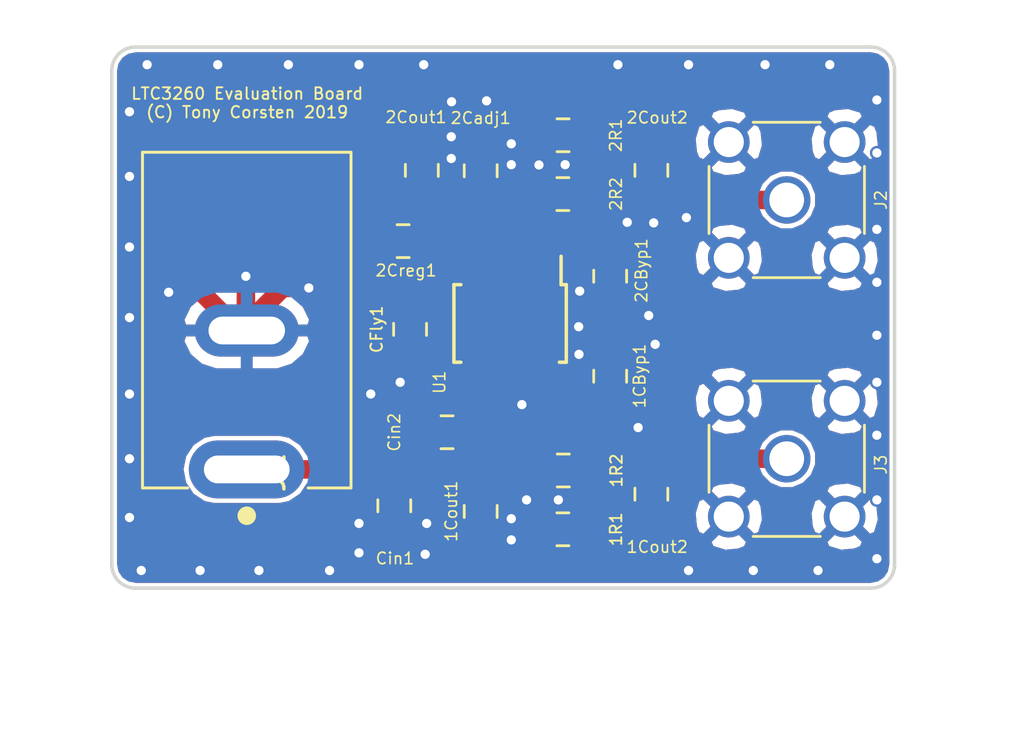
<source format=kicad_pcb>
(kicad_pcb (version 20171130) (host pcbnew "(5.0.2)-1")

  (general
    (thickness 1.6)
    (drawings 9)
    (tracks 173)
    (zones 0)
    (modules 19)
    (nets 14)
  )

  (page A4)
  (layers
    (0 F.Cu signal)
    (31 B.Cu signal)
    (32 B.Adhes user)
    (33 F.Adhes user)
    (34 B.Paste user)
    (35 F.Paste user)
    (36 B.SilkS user)
    (37 F.SilkS user)
    (38 B.Mask user)
    (39 F.Mask user)
    (40 Dwgs.User user)
    (41 Cmts.User user)
    (42 Eco1.User user)
    (43 Eco2.User user)
    (44 Edge.Cuts user)
    (45 Margin user)
    (46 B.CrtYd user)
    (47 F.CrtYd user)
    (48 B.Fab user)
    (49 F.Fab user hide)
  )

  (setup
    (last_trace_width 0.25)
    (user_trace_width 0.25)
    (user_trace_width 0.3)
    (user_trace_width 0.4)
    (user_trace_width 0.5)
    (user_trace_width 0.65)
    (user_trace_width 0.8)
    (trace_clearance 0.2)
    (zone_clearance 0.15)
    (zone_45_only no)
    (trace_min 0.2)
    (segment_width 0.2)
    (edge_width 0.15)
    (via_size 0.6)
    (via_drill 0.4)
    (via_min_size 0.4)
    (via_min_drill 0.3)
    (uvia_size 0.3)
    (uvia_drill 0.1)
    (uvias_allowed no)
    (uvia_min_size 0.2)
    (uvia_min_drill 0.1)
    (pcb_text_width 0.3)
    (pcb_text_size 1.5 1.5)
    (mod_edge_width 0.15)
    (mod_text_size 1 1)
    (mod_text_width 0.15)
    (pad_size 1.524 1.524)
    (pad_drill 0.762)
    (pad_to_mask_clearance 0.051)
    (solder_mask_min_width 0.25)
    (aux_axis_origin 0 0)
    (visible_elements 7FFFFFFF)
    (pcbplotparams
      (layerselection 0x010f0_ffffffff)
      (usegerberextensions false)
      (usegerberattributes false)
      (usegerberadvancedattributes false)
      (creategerberjobfile false)
      (excludeedgelayer true)
      (linewidth 0.100000)
      (plotframeref false)
      (viasonmask false)
      (mode 1)
      (useauxorigin false)
      (hpglpennumber 1)
      (hpglpenspeed 20)
      (hpglpendiameter 15.000000)
      (psnegative false)
      (psa4output false)
      (plotreference true)
      (plotvalue true)
      (plotinvisibletext false)
      (padsonsilk false)
      (subtractmaskfromsilk false)
      (outputformat 1)
      (mirror false)
      (drillshape 0)
      (scaleselection 1)
      (outputdirectory "Gerber/"))
  )

  (net 0 "")
  (net 1 GND)
  (net 2 "Net-(1CByp1-Pad2)")
  (net 3 /+5V)
  (net 4 "Net-(1R1-Pad2)")
  (net 5 "Net-(2Cadj1-Pad2)")
  (net 6 "Net-(2CByp1-Pad1)")
  (net 7 "Net-(CFly1-Pad1)")
  (net 8 "Net-(CFly1-Pad2)")
  (net 9 +9V)
  (net 10 "Net-(U1-Pad8)")
  (net 11 "Net-(U1-Pad9)")
  (net 12 /-5V)
  (net 13 "Net-(2Creg1-Pad1)")

  (net_class Default "This is the default net class."
    (clearance 0.2)
    (trace_width 0.25)
    (via_dia 0.6)
    (via_drill 0.4)
    (uvia_dia 0.3)
    (uvia_drill 0.1)
    (add_net +9V)
    (add_net /+5V)
    (add_net /-5V)
    (add_net GND)
    (add_net "Net-(1CByp1-Pad2)")
    (add_net "Net-(1R1-Pad2)")
    (add_net "Net-(2CByp1-Pad1)")
    (add_net "Net-(2Cadj1-Pad2)")
    (add_net "Net-(2Creg1-Pad1)")
    (add_net "Net-(CFly1-Pad1)")
    (add_net "Net-(CFly1-Pad2)")
    (add_net "Net-(U1-Pad8)")
    (add_net "Net-(U1-Pad9)")
  )

  (module Capacitor_SMD:C_0805_2012Metric_Pad1.15x1.40mm_HandSolder (layer F.Cu) (tedit 5CEF3D29) (tstamp 5CFC05C4)
    (at 89.83472 79.747 270)
    (descr "Capacitor SMD 0805 (2012 Metric), square (rectangular) end terminal, IPC_7351 nominal with elongated pad for handsoldering. (Body size source: https://docs.google.com/spreadsheets/d/1BsfQQcO9C6DZCsRaXUlFlo91Tg2WpOkGARC1WS5S8t0/edit?usp=sharing), generated with kicad-footprint-generator")
    (tags "capacitor handsolder")
    (path /5CEF22AE)
    (attr smd)
    (fp_text reference 1CByp1 (at -0.009 -1.27 270) (layer F.SilkS)
      (effects (font (size 0.5 0.5) (thickness 0.07)))
    )
    (fp_text value 10nF (at 0 1.65 270) (layer F.Fab)
      (effects (font (size 1 1) (thickness 0.15)))
    )
    (fp_line (start -1 0.6) (end -1 -0.6) (layer F.Fab) (width 0.1))
    (fp_line (start -1 -0.6) (end 1 -0.6) (layer F.Fab) (width 0.1))
    (fp_line (start 1 -0.6) (end 1 0.6) (layer F.Fab) (width 0.1))
    (fp_line (start 1 0.6) (end -1 0.6) (layer F.Fab) (width 0.1))
    (fp_line (start -0.261252 -0.71) (end 0.261252 -0.71) (layer F.SilkS) (width 0.12))
    (fp_line (start -0.261252 0.71) (end 0.261252 0.71) (layer F.SilkS) (width 0.12))
    (fp_line (start -1.85 0.95) (end -1.85 -0.95) (layer F.CrtYd) (width 0.05))
    (fp_line (start -1.85 -0.95) (end 1.85 -0.95) (layer F.CrtYd) (width 0.05))
    (fp_line (start 1.85 -0.95) (end 1.85 0.95) (layer F.CrtYd) (width 0.05))
    (fp_line (start 1.85 0.95) (end -1.85 0.95) (layer F.CrtYd) (width 0.05))
    (fp_text user %R (at 0 0 270) (layer F.Fab)
      (effects (font (size 0.5 0.5) (thickness 0.08)))
    )
    (pad 1 smd roundrect (at -1.025 0 270) (size 1.15 1.4) (layers F.Cu F.Paste F.Mask) (roundrect_rratio 0.217391)
      (net 1 GND))
    (pad 2 smd roundrect (at 1.025 0 270) (size 1.15 1.4) (layers F.Cu F.Paste F.Mask) (roundrect_rratio 0.217391)
      (net 2 "Net-(1CByp1-Pad2)"))
    (model ${KISYS3DMOD}/Capacitor_SMD.3dshapes/C_0805_2012Metric.wrl
      (at (xyz 0 0 0))
      (scale (xyz 1 1 1))
      (rotate (xyz 0 0 0))
    )
  )

  (module Capacitor_SMD:C_0805_2012Metric_Pad1.15x1.40mm_HandSolder (layer F.Cu) (tedit 5CEF3D87) (tstamp 5CFC05D5)
    (at 84.24672 85.589 270)
    (descr "Capacitor SMD 0805 (2012 Metric), square (rectangular) end terminal, IPC_7351 nominal with elongated pad for handsoldering. (Body size source: https://docs.google.com/spreadsheets/d/1BsfQQcO9C6DZCsRaXUlFlo91Tg2WpOkGARC1WS5S8t0/edit?usp=sharing), generated with kicad-footprint-generator")
    (tags "capacitor handsolder")
    (path /5CEF7606)
    (attr smd)
    (fp_text reference 1Cout1 (at -0.009 1.27 270) (layer F.SilkS)
      (effects (font (size 0.5 0.5) (thickness 0.07)))
    )
    (fp_text value 10uF (at 0 1.65 270) (layer F.Fab)
      (effects (font (size 1 1) (thickness 0.15)))
    )
    (fp_line (start -1 0.6) (end -1 -0.6) (layer F.Fab) (width 0.1))
    (fp_line (start -1 -0.6) (end 1 -0.6) (layer F.Fab) (width 0.1))
    (fp_line (start 1 -0.6) (end 1 0.6) (layer F.Fab) (width 0.1))
    (fp_line (start 1 0.6) (end -1 0.6) (layer F.Fab) (width 0.1))
    (fp_line (start -0.261252 -0.71) (end 0.261252 -0.71) (layer F.SilkS) (width 0.12))
    (fp_line (start -0.261252 0.71) (end 0.261252 0.71) (layer F.SilkS) (width 0.12))
    (fp_line (start -1.85 0.95) (end -1.85 -0.95) (layer F.CrtYd) (width 0.05))
    (fp_line (start -1.85 -0.95) (end 1.85 -0.95) (layer F.CrtYd) (width 0.05))
    (fp_line (start 1.85 -0.95) (end 1.85 0.95) (layer F.CrtYd) (width 0.05))
    (fp_line (start 1.85 0.95) (end -1.85 0.95) (layer F.CrtYd) (width 0.05))
    (fp_text user %R (at 0 0 270) (layer F.Fab)
      (effects (font (size 0.5 0.5) (thickness 0.08)))
    )
    (pad 1 smd roundrect (at -1.025 0 270) (size 1.15 1.4) (layers F.Cu F.Paste F.Mask) (roundrect_rratio 0.217391)
      (net 3 /+5V))
    (pad 2 smd roundrect (at 1.025 0 270) (size 1.15 1.4) (layers F.Cu F.Paste F.Mask) (roundrect_rratio 0.217391)
      (net 1 GND))
    (model ${KISYS3DMOD}/Capacitor_SMD.3dshapes/C_0805_2012Metric.wrl
      (at (xyz 0 0 0))
      (scale (xyz 1 1 1))
      (rotate (xyz 0 0 0))
    )
  )

  (module Resistor_SMD:R_0805_2012Metric_Pad1.15x1.40mm_HandSolder (layer F.Cu) (tedit 5CEF3B48) (tstamp 5CFC05E6)
    (at 87.79372 86.36)
    (descr "Resistor SMD 0805 (2012 Metric), square (rectangular) end terminal, IPC_7351 nominal with elongated pad for handsoldering. (Body size source: https://docs.google.com/spreadsheets/d/1BsfQQcO9C6DZCsRaXUlFlo91Tg2WpOkGARC1WS5S8t0/edit?usp=sharing), generated with kicad-footprint-generator")
    (tags "resistor handsolder")
    (path /5CEF3041)
    (attr smd)
    (fp_text reference 1R1 (at 2.295 0 90) (layer F.SilkS)
      (effects (font (size 0.5 0.5) (thickness 0.08)))
    )
    (fp_text value 100K (at 0 1.65) (layer F.Fab)
      (effects (font (size 1 1) (thickness 0.15)))
    )
    (fp_line (start -1 0.6) (end -1 -0.6) (layer F.Fab) (width 0.1))
    (fp_line (start -1 -0.6) (end 1 -0.6) (layer F.Fab) (width 0.1))
    (fp_line (start 1 -0.6) (end 1 0.6) (layer F.Fab) (width 0.1))
    (fp_line (start 1 0.6) (end -1 0.6) (layer F.Fab) (width 0.1))
    (fp_line (start -0.261252 -0.71) (end 0.261252 -0.71) (layer F.SilkS) (width 0.12))
    (fp_line (start -0.261252 0.71) (end 0.261252 0.71) (layer F.SilkS) (width 0.12))
    (fp_line (start -1.85 0.95) (end -1.85 -0.95) (layer F.CrtYd) (width 0.05))
    (fp_line (start -1.85 -0.95) (end 1.85 -0.95) (layer F.CrtYd) (width 0.05))
    (fp_line (start 1.85 -0.95) (end 1.85 0.95) (layer F.CrtYd) (width 0.05))
    (fp_line (start 1.85 0.95) (end -1.85 0.95) (layer F.CrtYd) (width 0.05))
    (fp_text user %R (at 0 0) (layer F.Fab)
      (effects (font (size 0.5 0.5) (thickness 0.08)))
    )
    (pad 1 smd roundrect (at -1.025 0) (size 1.15 1.4) (layers F.Cu F.Paste F.Mask) (roundrect_rratio 0.217391)
      (net 1 GND))
    (pad 2 smd roundrect (at 1.025 0) (size 1.15 1.4) (layers F.Cu F.Paste F.Mask) (roundrect_rratio 0.217391)
      (net 4 "Net-(1R1-Pad2)"))
    (model ${KISYS3DMOD}/Resistor_SMD.3dshapes/R_0805_2012Metric.wrl
      (at (xyz 0 0 0))
      (scale (xyz 1 1 1))
      (rotate (xyz 0 0 0))
    )
  )

  (module Resistor_SMD:R_0805_2012Metric_Pad1.15x1.40mm_HandSolder (layer F.Cu) (tedit 5CEF3B42) (tstamp 5CFC05F7)
    (at 87.81172 83.82 180)
    (descr "Resistor SMD 0805 (2012 Metric), square (rectangular) end terminal, IPC_7351 nominal with elongated pad for handsoldering. (Body size source: https://docs.google.com/spreadsheets/d/1BsfQQcO9C6DZCsRaXUlFlo91Tg2WpOkGARC1WS5S8t0/edit?usp=sharing), generated with kicad-footprint-generator")
    (tags "resistor handsolder")
    (path /5CEF3A4E)
    (attr smd)
    (fp_text reference 1R2 (at -2.295 0 270) (layer F.SilkS)
      (effects (font (size 0.5 0.5) (thickness 0.08)))
    )
    (fp_text value 316K (at 0 1.65 180) (layer F.Fab)
      (effects (font (size 1 1) (thickness 0.15)))
    )
    (fp_text user %R (at 0 0 180) (layer F.Fab)
      (effects (font (size 0.5 0.5) (thickness 0.08)))
    )
    (fp_line (start 1.85 0.95) (end -1.85 0.95) (layer F.CrtYd) (width 0.05))
    (fp_line (start 1.85 -0.95) (end 1.85 0.95) (layer F.CrtYd) (width 0.05))
    (fp_line (start -1.85 -0.95) (end 1.85 -0.95) (layer F.CrtYd) (width 0.05))
    (fp_line (start -1.85 0.95) (end -1.85 -0.95) (layer F.CrtYd) (width 0.05))
    (fp_line (start -0.261252 0.71) (end 0.261252 0.71) (layer F.SilkS) (width 0.12))
    (fp_line (start -0.261252 -0.71) (end 0.261252 -0.71) (layer F.SilkS) (width 0.12))
    (fp_line (start 1 0.6) (end -1 0.6) (layer F.Fab) (width 0.1))
    (fp_line (start 1 -0.6) (end 1 0.6) (layer F.Fab) (width 0.1))
    (fp_line (start -1 -0.6) (end 1 -0.6) (layer F.Fab) (width 0.1))
    (fp_line (start -1 0.6) (end -1 -0.6) (layer F.Fab) (width 0.1))
    (pad 2 smd roundrect (at 1.025 0 180) (size 1.15 1.4) (layers F.Cu F.Paste F.Mask) (roundrect_rratio 0.217391)
      (net 3 /+5V))
    (pad 1 smd roundrect (at -1.025 0 180) (size 1.15 1.4) (layers F.Cu F.Paste F.Mask) (roundrect_rratio 0.217391)
      (net 4 "Net-(1R1-Pad2)"))
    (model ${KISYS3DMOD}/Resistor_SMD.3dshapes/R_0805_2012Metric.wrl
      (at (xyz 0 0 0))
      (scale (xyz 1 1 1))
      (rotate (xyz 0 0 0))
    )
  )

  (module Capacitor_SMD:C_0805_2012Metric_Pad1.15x1.40mm_HandSolder (layer F.Cu) (tedit 5CEF3EE0) (tstamp 5CFC0608)
    (at 84.24672 70.875 90)
    (descr "Capacitor SMD 0805 (2012 Metric), square (rectangular) end terminal, IPC_7351 nominal with elongated pad for handsoldering. (Body size source: https://docs.google.com/spreadsheets/d/1BsfQQcO9C6DZCsRaXUlFlo91Tg2WpOkGARC1WS5S8t0/edit?usp=sharing), generated with kicad-footprint-generator")
    (tags "capacitor handsolder")
    (path /5CEF6DD2)
    (attr smd)
    (fp_text reference 2Cadj1 (at 2.277 0 180) (layer F.SilkS)
      (effects (font (size 0.5 0.5) (thickness 0.07)))
    )
    (fp_text value 10pF (at 0 1.65 90) (layer F.Fab)
      (effects (font (size 1 1) (thickness 0.15)))
    )
    (fp_text user %R (at 0 0 90) (layer F.Fab)
      (effects (font (size 0.5 0.5) (thickness 0.08)))
    )
    (fp_line (start 1.85 0.95) (end -1.85 0.95) (layer F.CrtYd) (width 0.05))
    (fp_line (start 1.85 -0.95) (end 1.85 0.95) (layer F.CrtYd) (width 0.05))
    (fp_line (start -1.85 -0.95) (end 1.85 -0.95) (layer F.CrtYd) (width 0.05))
    (fp_line (start -1.85 0.95) (end -1.85 -0.95) (layer F.CrtYd) (width 0.05))
    (fp_line (start -0.261252 0.71) (end 0.261252 0.71) (layer F.SilkS) (width 0.12))
    (fp_line (start -0.261252 -0.71) (end 0.261252 -0.71) (layer F.SilkS) (width 0.12))
    (fp_line (start 1 0.6) (end -1 0.6) (layer F.Fab) (width 0.1))
    (fp_line (start 1 -0.6) (end 1 0.6) (layer F.Fab) (width 0.1))
    (fp_line (start -1 -0.6) (end 1 -0.6) (layer F.Fab) (width 0.1))
    (fp_line (start -1 0.6) (end -1 -0.6) (layer F.Fab) (width 0.1))
    (pad 2 smd roundrect (at 1.025 0 90) (size 1.15 1.4) (layers F.Cu F.Paste F.Mask) (roundrect_rratio 0.217391)
      (net 5 "Net-(2Cadj1-Pad2)"))
    (pad 1 smd roundrect (at -1.025 0 90) (size 1.15 1.4) (layers F.Cu F.Paste F.Mask) (roundrect_rratio 0.217391)
      (net 12 /-5V))
    (model ${KISYS3DMOD}/Capacitor_SMD.3dshapes/C_0805_2012Metric.wrl
      (at (xyz 0 0 0))
      (scale (xyz 1 1 1))
      (rotate (xyz 0 0 0))
    )
  )

  (module Capacitor_SMD:C_0805_2012Metric_Pad1.15x1.40mm_HandSolder (layer F.Cu) (tedit 5CEF3D6A) (tstamp 5CFC0619)
    (at 89.83472 75.429 270)
    (descr "Capacitor SMD 0805 (2012 Metric), square (rectangular) end terminal, IPC_7351 nominal with elongated pad for handsoldering. (Body size source: https://docs.google.com/spreadsheets/d/1BsfQQcO9C6DZCsRaXUlFlo91Tg2WpOkGARC1WS5S8t0/edit?usp=sharing), generated with kicad-footprint-generator")
    (tags "capacitor handsolder")
    (path /5CEF1EFE)
    (attr smd)
    (fp_text reference 2CByp1 (at -0.245 -1.35128 270) (layer F.SilkS)
      (effects (font (size 0.5 0.5) (thickness 0.07)))
    )
    (fp_text value 10nF (at 0 1.65 270) (layer F.Fab)
      (effects (font (size 1 1) (thickness 0.15)))
    )
    (fp_text user %R (at 0 0 270) (layer F.Fab)
      (effects (font (size 0.5 0.5) (thickness 0.08)))
    )
    (fp_line (start 1.85 0.95) (end -1.85 0.95) (layer F.CrtYd) (width 0.05))
    (fp_line (start 1.85 -0.95) (end 1.85 0.95) (layer F.CrtYd) (width 0.05))
    (fp_line (start -1.85 -0.95) (end 1.85 -0.95) (layer F.CrtYd) (width 0.05))
    (fp_line (start -1.85 0.95) (end -1.85 -0.95) (layer F.CrtYd) (width 0.05))
    (fp_line (start -0.261252 0.71) (end 0.261252 0.71) (layer F.SilkS) (width 0.12))
    (fp_line (start -0.261252 -0.71) (end 0.261252 -0.71) (layer F.SilkS) (width 0.12))
    (fp_line (start 1 0.6) (end -1 0.6) (layer F.Fab) (width 0.1))
    (fp_line (start 1 -0.6) (end 1 0.6) (layer F.Fab) (width 0.1))
    (fp_line (start -1 -0.6) (end 1 -0.6) (layer F.Fab) (width 0.1))
    (fp_line (start -1 0.6) (end -1 -0.6) (layer F.Fab) (width 0.1))
    (pad 2 smd roundrect (at 1.025 0 270) (size 1.15 1.4) (layers F.Cu F.Paste F.Mask) (roundrect_rratio 0.217391)
      (net 1 GND))
    (pad 1 smd roundrect (at -1.025 0 270) (size 1.15 1.4) (layers F.Cu F.Paste F.Mask) (roundrect_rratio 0.217391)
      (net 6 "Net-(2CByp1-Pad1)"))
    (model ${KISYS3DMOD}/Capacitor_SMD.3dshapes/C_0805_2012Metric.wrl
      (at (xyz 0 0 0))
      (scale (xyz 1 1 1))
      (rotate (xyz 0 0 0))
    )
  )

  (module Capacitor_SMD:C_0805_2012Metric_Pad1.15x1.40mm_HandSolder (layer F.Cu) (tedit 5CEF3EE8) (tstamp 5CFC062A)
    (at 81.70672 70.857 270)
    (descr "Capacitor SMD 0805 (2012 Metric), square (rectangular) end terminal, IPC_7351 nominal with elongated pad for handsoldering. (Body size source: https://docs.google.com/spreadsheets/d/1BsfQQcO9C6DZCsRaXUlFlo91Tg2WpOkGARC1WS5S8t0/edit?usp=sharing), generated with kicad-footprint-generator")
    (tags "capacitor handsolder")
    (path /5CEF7C03)
    (attr smd)
    (fp_text reference 2Cout1 (at -2.295 0.254) (layer F.SilkS)
      (effects (font (size 0.5 0.5) (thickness 0.07)))
    )
    (fp_text value 10uF (at 0 1.65 270) (layer F.Fab)
      (effects (font (size 1 1) (thickness 0.15)))
    )
    (fp_text user %R (at 0 0 270) (layer F.Fab)
      (effects (font (size 0.5 0.5) (thickness 0.08)))
    )
    (fp_line (start 1.85 0.95) (end -1.85 0.95) (layer F.CrtYd) (width 0.05))
    (fp_line (start 1.85 -0.95) (end 1.85 0.95) (layer F.CrtYd) (width 0.05))
    (fp_line (start -1.85 -0.95) (end 1.85 -0.95) (layer F.CrtYd) (width 0.05))
    (fp_line (start -1.85 0.95) (end -1.85 -0.95) (layer F.CrtYd) (width 0.05))
    (fp_line (start -0.261252 0.71) (end 0.261252 0.71) (layer F.SilkS) (width 0.12))
    (fp_line (start -0.261252 -0.71) (end 0.261252 -0.71) (layer F.SilkS) (width 0.12))
    (fp_line (start 1 0.6) (end -1 0.6) (layer F.Fab) (width 0.1))
    (fp_line (start 1 -0.6) (end 1 0.6) (layer F.Fab) (width 0.1))
    (fp_line (start -1 -0.6) (end 1 -0.6) (layer F.Fab) (width 0.1))
    (fp_line (start -1 0.6) (end -1 -0.6) (layer F.Fab) (width 0.1))
    (pad 2 smd roundrect (at 1.025 0 270) (size 1.15 1.4) (layers F.Cu F.Paste F.Mask) (roundrect_rratio 0.217391)
      (net 12 /-5V))
    (pad 1 smd roundrect (at -1.025 0 270) (size 1.15 1.4) (layers F.Cu F.Paste F.Mask) (roundrect_rratio 0.217391)
      (net 1 GND))
    (model ${KISYS3DMOD}/Capacitor_SMD.3dshapes/C_0805_2012Metric.wrl
      (at (xyz 0 0 0))
      (scale (xyz 1 1 1))
      (rotate (xyz 0 0 0))
    )
  )

  (module Resistor_SMD:R_0805_2012Metric_Pad1.15x1.40mm_HandSolder (layer F.Cu) (tedit 5CEF3EC9) (tstamp 5CFC063B)
    (at 87.80272 69.342 180)
    (descr "Resistor SMD 0805 (2012 Metric), square (rectangular) end terminal, IPC_7351 nominal with elongated pad for handsoldering. (Body size source: https://docs.google.com/spreadsheets/d/1BsfQQcO9C6DZCsRaXUlFlo91Tg2WpOkGARC1WS5S8t0/edit?usp=sharing), generated with kicad-footprint-generator")
    (tags "resistor handsolder")
    (path /5CEF470C)
    (attr smd)
    (fp_text reference 2R1 (at -2.277 0 270) (layer F.SilkS)
      (effects (font (size 0.5 0.5) (thickness 0.07)))
    )
    (fp_text value 100K (at 0 1.65 180) (layer F.Fab)
      (effects (font (size 1 1) (thickness 0.15)))
    )
    (fp_text user %R (at 0 0 180) (layer F.Fab)
      (effects (font (size 0.5 0.5) (thickness 0.08)))
    )
    (fp_line (start 1.85 0.95) (end -1.85 0.95) (layer F.CrtYd) (width 0.05))
    (fp_line (start 1.85 -0.95) (end 1.85 0.95) (layer F.CrtYd) (width 0.05))
    (fp_line (start -1.85 -0.95) (end 1.85 -0.95) (layer F.CrtYd) (width 0.05))
    (fp_line (start -1.85 0.95) (end -1.85 -0.95) (layer F.CrtYd) (width 0.05))
    (fp_line (start -0.261252 0.71) (end 0.261252 0.71) (layer F.SilkS) (width 0.12))
    (fp_line (start -0.261252 -0.71) (end 0.261252 -0.71) (layer F.SilkS) (width 0.12))
    (fp_line (start 1 0.6) (end -1 0.6) (layer F.Fab) (width 0.1))
    (fp_line (start 1 -0.6) (end 1 0.6) (layer F.Fab) (width 0.1))
    (fp_line (start -1 -0.6) (end 1 -0.6) (layer F.Fab) (width 0.1))
    (fp_line (start -1 0.6) (end -1 -0.6) (layer F.Fab) (width 0.1))
    (pad 2 smd roundrect (at 1.025 0 180) (size 1.15 1.4) (layers F.Cu F.Paste F.Mask) (roundrect_rratio 0.217391)
      (net 1 GND))
    (pad 1 smd roundrect (at -1.025 0 180) (size 1.15 1.4) (layers F.Cu F.Paste F.Mask) (roundrect_rratio 0.217391)
      (net 5 "Net-(2Cadj1-Pad2)"))
    (model ${KISYS3DMOD}/Resistor_SMD.3dshapes/R_0805_2012Metric.wrl
      (at (xyz 0 0 0))
      (scale (xyz 1 1 1))
      (rotate (xyz 0 0 0))
    )
  )

  (module Resistor_SMD:R_0805_2012Metric_Pad1.15x1.40mm_HandSolder (layer F.Cu) (tedit 5CEF3ED4) (tstamp 5CFC064C)
    (at 87.79372 71.882 180)
    (descr "Resistor SMD 0805 (2012 Metric), square (rectangular) end terminal, IPC_7351 nominal with elongated pad for handsoldering. (Body size source: https://docs.google.com/spreadsheets/d/1BsfQQcO9C6DZCsRaXUlFlo91Tg2WpOkGARC1WS5S8t0/edit?usp=sharing), generated with kicad-footprint-generator")
    (tags "resistor handsolder")
    (path /5CEF4332)
    (attr smd)
    (fp_text reference 2R2 (at -2.295 0 270) (layer F.SilkS)
      (effects (font (size 0.5 0.5) (thickness 0.07)))
    )
    (fp_text value 316K (at 0 1.65 180) (layer F.Fab)
      (effects (font (size 1 1) (thickness 0.15)))
    )
    (fp_line (start -1 0.6) (end -1 -0.6) (layer F.Fab) (width 0.1))
    (fp_line (start -1 -0.6) (end 1 -0.6) (layer F.Fab) (width 0.1))
    (fp_line (start 1 -0.6) (end 1 0.6) (layer F.Fab) (width 0.1))
    (fp_line (start 1 0.6) (end -1 0.6) (layer F.Fab) (width 0.1))
    (fp_line (start -0.261252 -0.71) (end 0.261252 -0.71) (layer F.SilkS) (width 0.12))
    (fp_line (start -0.261252 0.71) (end 0.261252 0.71) (layer F.SilkS) (width 0.12))
    (fp_line (start -1.85 0.95) (end -1.85 -0.95) (layer F.CrtYd) (width 0.05))
    (fp_line (start -1.85 -0.95) (end 1.85 -0.95) (layer F.CrtYd) (width 0.05))
    (fp_line (start 1.85 -0.95) (end 1.85 0.95) (layer F.CrtYd) (width 0.05))
    (fp_line (start 1.85 0.95) (end -1.85 0.95) (layer F.CrtYd) (width 0.05))
    (fp_text user %R (at 0 0 180) (layer F.Fab)
      (effects (font (size 0.5 0.5) (thickness 0.08)))
    )
    (pad 1 smd roundrect (at -1.025 0 180) (size 1.15 1.4) (layers F.Cu F.Paste F.Mask) (roundrect_rratio 0.217391)
      (net 5 "Net-(2Cadj1-Pad2)"))
    (pad 2 smd roundrect (at 1.025 0 180) (size 1.15 1.4) (layers F.Cu F.Paste F.Mask) (roundrect_rratio 0.217391)
      (net 12 /-5V))
    (model ${KISYS3DMOD}/Resistor_SMD.3dshapes/R_0805_2012Metric.wrl
      (at (xyz 0 0 0))
      (scale (xyz 1 1 1))
      (rotate (xyz 0 0 0))
    )
  )

  (module Capacitor_SMD:C_0805_2012Metric_Pad1.15x1.40mm_HandSolder (layer F.Cu) (tedit 5CEF3907) (tstamp 5CFC065D)
    (at 81.19872 77.724 90)
    (descr "Capacitor SMD 0805 (2012 Metric), square (rectangular) end terminal, IPC_7351 nominal with elongated pad for handsoldering. (Body size source: https://docs.google.com/spreadsheets/d/1BsfQQcO9C6DZCsRaXUlFlo91Tg2WpOkGARC1WS5S8t0/edit?usp=sharing), generated with kicad-footprint-generator")
    (tags "capacitor handsolder")
    (path /5CEF1D78)
    (attr smd)
    (fp_text reference CFly1 (at 0 -1.44272 270) (layer F.SilkS)
      (effects (font (size 0.5 0.5) (thickness 0.08)))
    )
    (fp_text value 10uF (at 0 1.65 90) (layer F.Fab)
      (effects (font (size 1 1) (thickness 0.15)))
    )
    (fp_line (start -1 0.6) (end -1 -0.6) (layer F.Fab) (width 0.1))
    (fp_line (start -1 -0.6) (end 1 -0.6) (layer F.Fab) (width 0.1))
    (fp_line (start 1 -0.6) (end 1 0.6) (layer F.Fab) (width 0.1))
    (fp_line (start 1 0.6) (end -1 0.6) (layer F.Fab) (width 0.1))
    (fp_line (start -0.261252 -0.71) (end 0.261252 -0.71) (layer F.SilkS) (width 0.12))
    (fp_line (start -0.261252 0.71) (end 0.261252 0.71) (layer F.SilkS) (width 0.12))
    (fp_line (start -1.85 0.95) (end -1.85 -0.95) (layer F.CrtYd) (width 0.05))
    (fp_line (start -1.85 -0.95) (end 1.85 -0.95) (layer F.CrtYd) (width 0.05))
    (fp_line (start 1.85 -0.95) (end 1.85 0.95) (layer F.CrtYd) (width 0.05))
    (fp_line (start 1.85 0.95) (end -1.85 0.95) (layer F.CrtYd) (width 0.05))
    (fp_text user %R (at 0 0 90) (layer F.Fab)
      (effects (font (size 0.5 0.5) (thickness 0.08)))
    )
    (pad 1 smd roundrect (at -1.025 0 90) (size 1.15 1.4) (layers F.Cu F.Paste F.Mask) (roundrect_rratio 0.217391)
      (net 7 "Net-(CFly1-Pad1)"))
    (pad 2 smd roundrect (at 1.025 0 90) (size 1.15 1.4) (layers F.Cu F.Paste F.Mask) (roundrect_rratio 0.217391)
      (net 8 "Net-(CFly1-Pad2)"))
    (model ${KISYS3DMOD}/Capacitor_SMD.3dshapes/C_0805_2012Metric.wrl
      (at (xyz 0 0 0))
      (scale (xyz 1 1 1))
      (rotate (xyz 0 0 0))
    )
  )

  (module Kicad-New-Libraries:PJ-037A (layer F.Cu) (tedit 5CE9E9C0) (tstamp 5CFC318B)
    (at 74.79792 83.90128 90)
    (path /5CEF1971)
    (fp_text reference J1 (at 0 0.5 90) (layer F.SilkS)
      (effects (font (size 1 1) (thickness 0.15)))
    )
    (fp_text value Barrel_Jack (at 0 -0.5 90) (layer F.Fab)
      (effects (font (size 1 1) (thickness 0.15)))
    )
    (fp_line (start 14.077 4.1023) (end -0.973 4.1023) (layer Eco1.User) (width 0.05))
    (fp_line (start -0.673 3.8523) (end -0.673 2.0023) (layer F.SilkS) (width 0.127))
    (fp_line (start 14.077 -5.3977) (end 14.077 4.1023) (layer Eco1.User) (width 0.05))
    (fp_line (start -0.973 -5.3977) (end 14.077 -5.3977) (layer Eco1.User) (width 0.05))
    (fp_line (start -0.673 -3.1977) (end -0.673 -5.1477) (layer F.SilkS) (width 0.127))
    (fp_line (start 0.627 -2.3977) (end 0.627 1.1023) (layer Edge.Cuts) (width 0.0001))
    (fp_line (start 5.627 0.8523) (end 5.627 -2.1477) (layer Edge.Cuts) (width 0.0001))
    (fp_line (start -0.973 -2.8977) (end -1.423 -2.8977) (layer Eco1.User) (width 0.05))
    (fp_line (start -0.673 -5.1477) (end 13.827 -5.1477) (layer Eco2.User) (width 0.127))
    (fp_line (start -0.373 1.1023) (end -0.373 -2.3977) (layer Edge.Cuts) (width 0.0001))
    (fp_line (start -0.373 -2.3977) (end 0.627 -2.3977) (layer Edge.Cuts) (width 0.0001))
    (fp_line (start 13.827 -5.1477) (end 13.827 3.8523) (layer Eco2.User) (width 0.127))
    (fp_line (start -1.423 -2.8977) (end -1.423 1.7023) (layer Eco1.User) (width 0.05))
    (fp_line (start -0.673 -5.1477) (end 13.827 -5.1477) (layer F.SilkS) (width 0.127))
    (fp_line (start 13.827 -5.1477) (end 13.827 3.8523) (layer F.SilkS) (width 0.127))
    (fp_line (start 13.827 3.8523) (end -0.673 3.8523) (layer F.SilkS) (width 0.127))
    (fp_line (start 5.627 -2.1477) (end 6.627 -2.1477) (layer Edge.Cuts) (width 0.0001))
    (fp_circle (center -1.873 -0.6477) (end -1.673 -0.6477) (layer F.SilkS) (width 0.4))
    (fp_line (start -0.973 -2.8977) (end -0.973 -5.3977) (layer Eco1.User) (width 0.05))
    (fp_line (start -0.673 3.8523) (end -0.673 -5.1477) (layer Eco2.User) (width 0.127))
    (fp_line (start -0.973 4.1023) (end -0.973 1.7023) (layer Eco1.User) (width 0.05))
    (fp_line (start 6.627 -2.1477) (end 6.627 0.8523) (layer Edge.Cuts) (width 0.0001))
    (fp_line (start 6.627 0.8523) (end 5.627 0.8523) (layer Edge.Cuts) (width 0.0001))
    (fp_line (start 13.827 3.8523) (end -0.673 3.8523) (layer Eco2.User) (width 0.127))
    (fp_line (start -1.423 1.7023) (end -0.973 1.7023) (layer Eco1.User) (width 0.05))
    (fp_line (start 0.627 1.1023) (end -0.373 1.1023) (layer Edge.Cuts) (width 0.0001))
    (pad 1 thru_hole oval (at 0.127 -0.6477 180) (size 5 2.5) (drill oval 3.7 1.2) (layers *.Cu *.Mask)
      (net 9 +9V))
    (pad 2 thru_hole oval (at 6.127 -0.6477 180) (size 4.5 2.25) (drill oval 3.3 1.2) (layers *.Cu *.Mask)
      (net 1 GND))
  )

  (module Kicad-New-Libraries:SMA_Vertical_Connector (layer F.Cu) (tedit 5CEF40A2) (tstamp 5CFC0694)
    (at 97.45472 72.136)
    (descr https://www.amphenolrf.com/downloads/dl/file/id/3406/product/2975/132134_11_customer_drawing.pdf)
    (tags "SMA THT Female Jack Vertical ExtendedLegs")
    (path /5CEF27A3)
    (fp_text reference J2 (at 4.064 0 90) (layer F.SilkS)
      (effects (font (size 0.5 0.5) (thickness 0.07)))
    )
    (fp_text value -5V (at 0 5) (layer F.Fab)
      (effects (font (size 1 1) (thickness 0.15)))
    )
    (fp_text user %R (at 0 0) (layer F.Fab)
      (effects (font (size 1 1) (thickness 0.15)))
    )
    (fp_line (start -1.45 -3.355) (end 1.45 -3.355) (layer F.SilkS) (width 0.12))
    (fp_line (start -1.45 3.355) (end 1.45 3.355) (layer F.SilkS) (width 0.12))
    (fp_line (start 3.355 -1.45) (end 3.355 1.45) (layer F.SilkS) (width 0.12))
    (fp_line (start -3.355 -1.45) (end -3.355 1.45) (layer F.SilkS) (width 0.12))
    (fp_line (start 3.175 -3.175) (end 3.175 3.175) (layer F.Fab) (width 0.1))
    (fp_line (start -3.175 3.175) (end 3.175 3.175) (layer F.Fab) (width 0.1))
    (fp_line (start -3.175 -3.175) (end -3.175 3.175) (layer F.Fab) (width 0.1))
    (fp_line (start -3.175 -3.175) (end 3.175 -3.175) (layer F.Fab) (width 0.1))
    (fp_line (start -3.5 -3.5) (end 3.5 -3.5) (layer F.CrtYd) (width 0.05))
    (fp_line (start -3.5 -3.5) (end -3.5 3.5) (layer F.CrtYd) (width 0.05))
    (fp_line (start 3.5 3.5) (end 3.5 -3.5) (layer F.CrtYd) (width 0.05))
    (fp_line (start 3.5 3.5) (end -3.5 3.5) (layer F.CrtYd) (width 0.05))
    (fp_circle (center 0 0) (end 3.175 0) (layer F.Fab) (width 0.1))
    (pad 2 thru_hole circle (at -2.5 2.5) (size 1.8 1.8) (drill 1.3) (layers *.Cu *.Mask)
      (net 1 GND))
    (pad 2 thru_hole circle (at -2.5 -2.5) (size 1.8 1.8) (drill 1.3) (layers *.Cu *.Mask)
      (net 1 GND))
    (pad 2 thru_hole circle (at 2.5 -2.5) (size 1.8 1.8) (drill 1.3) (layers *.Cu *.Mask)
      (net 1 GND))
    (pad 2 thru_hole circle (at 2.5 2.5) (size 1.8 1.8) (drill 1.3) (layers *.Cu *.Mask)
      (net 1 GND))
    (pad 1 thru_hole circle (at 0 0) (size 2.05 2.05) (drill 1.5) (layers *.Cu *.Mask)
      (net 12 /-5V))
    (model ${KISYS3DMOD}/Connector_Coaxial.3dshapes/SMA_Amphenol_132134-11_Vertical.wrl
      (at (xyz 0 0 0))
      (scale (xyz 1 1 1))
      (rotate (xyz 0 0 0))
    )
  )

  (module Kicad-New-Libraries:SMA_Vertical_Connector (layer F.Cu) (tedit 5CEF4098) (tstamp 5CFC06AB)
    (at 97.45472 83.312)
    (descr https://www.amphenolrf.com/downloads/dl/file/id/3406/product/2975/132134_11_customer_drawing.pdf)
    (tags "SMA THT Female Jack Vertical ExtendedLegs")
    (path /5CEF24C3)
    (fp_text reference J3 (at 4.064 0.254 270) (layer F.SilkS)
      (effects (font (size 0.5 0.5) (thickness 0.07)))
    )
    (fp_text value +5V (at 0 5) (layer F.Fab)
      (effects (font (size 1 1) (thickness 0.15)))
    )
    (fp_circle (center 0 0) (end 3.175 0) (layer F.Fab) (width 0.1))
    (fp_line (start 3.5 3.5) (end -3.5 3.5) (layer F.CrtYd) (width 0.05))
    (fp_line (start 3.5 3.5) (end 3.5 -3.5) (layer F.CrtYd) (width 0.05))
    (fp_line (start -3.5 -3.5) (end -3.5 3.5) (layer F.CrtYd) (width 0.05))
    (fp_line (start -3.5 -3.5) (end 3.5 -3.5) (layer F.CrtYd) (width 0.05))
    (fp_line (start -3.175 -3.175) (end 3.175 -3.175) (layer F.Fab) (width 0.1))
    (fp_line (start -3.175 -3.175) (end -3.175 3.175) (layer F.Fab) (width 0.1))
    (fp_line (start -3.175 3.175) (end 3.175 3.175) (layer F.Fab) (width 0.1))
    (fp_line (start 3.175 -3.175) (end 3.175 3.175) (layer F.Fab) (width 0.1))
    (fp_line (start -3.355 -1.45) (end -3.355 1.45) (layer F.SilkS) (width 0.12))
    (fp_line (start 3.355 -1.45) (end 3.355 1.45) (layer F.SilkS) (width 0.12))
    (fp_line (start -1.45 3.355) (end 1.45 3.355) (layer F.SilkS) (width 0.12))
    (fp_line (start -1.45 -3.355) (end 1.45 -3.355) (layer F.SilkS) (width 0.12))
    (fp_text user %R (at 0 0) (layer F.Fab)
      (effects (font (size 1 1) (thickness 0.15)))
    )
    (pad 1 thru_hole circle (at 0 0) (size 2.05 2.05) (drill 1.5) (layers *.Cu *.Mask)
      (net 3 /+5V))
    (pad 2 thru_hole circle (at 2.5 2.5) (size 1.8 1.8) (drill 1.3) (layers *.Cu *.Mask)
      (net 1 GND))
    (pad 2 thru_hole circle (at 2.5 -2.5) (size 1.8 1.8) (drill 1.3) (layers *.Cu *.Mask)
      (net 1 GND))
    (pad 2 thru_hole circle (at -2.5 -2.5) (size 1.8 1.8) (drill 1.3) (layers *.Cu *.Mask)
      (net 1 GND))
    (pad 2 thru_hole circle (at -2.5 2.5) (size 1.8 1.8) (drill 1.3) (layers *.Cu *.Mask)
      (net 1 GND))
    (model ${KISYS3DMOD}/Connector_Coaxial.3dshapes/SMA_Amphenol_132134-11_Vertical.wrl
      (at (xyz 0 0 0))
      (scale (xyz 1 1 1))
      (rotate (xyz 0 0 0))
    )
  )

  (module Package_SO:MSOP-16-1EP_3x4mm_P0.5mm_EP1.65x2.85mm (layer F.Cu) (tedit 5CEF3D1E) (tstamp 5CFC06D7)
    (at 85.51672 77.47 270)
    (descr "10-Lead Plastic Micro Small Outline Package (MS) [MSOP] (see Microchip Packaging Specification 00000049BS.pdf)")
    (tags "SSOP 0.5")
    (path /5CEF14E4)
    (attr smd)
    (fp_text reference U1 (at 2.54 3.048 270) (layer F.SilkS)
      (effects (font (size 0.5 0.5) (thickness 0.07)))
    )
    (fp_text value LTC3260HMSE-PBF (at 0 3.5 270) (layer F.Fab)
      (effects (font (size 1 1) (thickness 0.15)))
    )
    (fp_line (start -0.5 -2) (end 1.5 -2) (layer F.Fab) (width 0.15))
    (fp_line (start 1.5 -2) (end 1.5 2) (layer F.Fab) (width 0.15))
    (fp_line (start 1.5 2) (end -1.5 2) (layer F.Fab) (width 0.15))
    (fp_line (start -1.5 2) (end -1.5 -1) (layer F.Fab) (width 0.15))
    (fp_line (start -1.5 -1) (end -0.5 -2) (layer F.Fab) (width 0.15))
    (fp_line (start -3.15 -2.6) (end -3.15 2.6) (layer F.CrtYd) (width 0.05))
    (fp_line (start 3.15 -2.6) (end 3.15 2.6) (layer F.CrtYd) (width 0.05))
    (fp_line (start -3.15 -2.6) (end 3.15 -2.6) (layer F.CrtYd) (width 0.05))
    (fp_line (start -3.15 2.6) (end 3.15 2.6) (layer F.CrtYd) (width 0.05))
    (fp_line (start -1.675 -2.425) (end -1.675 -2.2) (layer F.SilkS) (width 0.15))
    (fp_line (start 1.675 -2.425) (end 1.675 -2.125) (layer F.SilkS) (width 0.15))
    (fp_line (start 1.675 2.425) (end 1.675 2.125) (layer F.SilkS) (width 0.15))
    (fp_line (start -1.675 2.425) (end -1.675 2.125) (layer F.SilkS) (width 0.15))
    (fp_line (start -1.675 -2.425) (end 1.675 -2.425) (layer F.SilkS) (width 0.15))
    (fp_line (start -1.675 2.425) (end 1.675 2.425) (layer F.SilkS) (width 0.15))
    (fp_line (start -1.675 -2.2) (end -2.9 -2.2) (layer F.SilkS) (width 0.15))
    (fp_text user %R (at 0 0 270) (layer F.Fab)
      (effects (font (size 0.6 0.6) (thickness 0.09)))
    )
    (pad 1 smd rect (at -2.2 -1.75 270) (size 1.4 0.3) (layers F.Cu F.Paste F.Mask)
      (net 9 +9V))
    (pad 2 smd rect (at -2.2 -1.25 270) (size 1.4 0.3) (layers F.Cu F.Paste F.Mask)
      (net 1 GND))
    (pad 3 smd rect (at -2.2 -0.75 270) (size 1.4 0.3) (layers F.Cu F.Paste F.Mask)
      (net 6 "Net-(2CByp1-Pad1)"))
    (pad 4 smd rect (at -2.2 -0.25 270) (size 1.4 0.3) (layers F.Cu F.Paste F.Mask)
      (net 5 "Net-(2Cadj1-Pad2)"))
    (pad 5 smd rect (at -2.2 0.25 270) (size 1.4 0.3) (layers F.Cu F.Paste F.Mask)
      (net 12 /-5V))
    (pad 12 smd rect (at 2.2 0.25 270) (size 1.4 0.3) (layers F.Cu F.Paste F.Mask)
      (net 3 /+5V))
    (pad 13 smd rect (at 2.2 -0.25 270) (size 1.4 0.3) (layers F.Cu F.Paste F.Mask)
      (net 9 +9V))
    (pad 14 smd rect (at 2.2 -0.75 270) (size 1.4 0.3) (layers F.Cu F.Paste F.Mask)
      (net 1 GND))
    (pad 15 smd rect (at 2.2 -1.25 270) (size 1.4 0.3) (layers F.Cu F.Paste F.Mask)
      (net 4 "Net-(1R1-Pad2)"))
    (pad 16 smd rect (at 2.2 -1.75 270) (size 1.4 0.3) (layers F.Cu F.Paste F.Mask)
      (net 2 "Net-(1CByp1-Pad2)"))
    (pad 6 smd rect (at -2.2 0.75 270) (size 1.4 0.3) (layers F.Cu F.Paste F.Mask)
      (net 13 "Net-(2Creg1-Pad1)"))
    (pad 7 smd rect (at -2.2 1.25 270) (size 1.4 0.3) (layers F.Cu F.Paste F.Mask)
      (net 8 "Net-(CFly1-Pad2)"))
    (pad 8 smd rect (at -2.2 1.75 270) (size 1.4 0.3) (layers F.Cu F.Paste F.Mask)
      (net 10 "Net-(U1-Pad8)"))
    (pad 11 smd rect (at 2.2 0.75 270) (size 1.4 0.3) (layers F.Cu F.Paste F.Mask)
      (net 9 +9V))
    (pad 10 smd rect (at 2.2 1.25 270) (size 1.4 0.3) (layers F.Cu F.Paste F.Mask)
      (net 7 "Net-(CFly1-Pad1)"))
    (pad 9 smd rect (at 2.2 1.75 270) (size 1.4 0.3) (layers F.Cu F.Paste F.Mask)
      (net 11 "Net-(U1-Pad9)"))
    (pad 17 smd rect (at 0 0 270) (size 1.65 2.85) (layers F.Cu F.Mask)
      (net 1 GND))
    (pad "" smd rect (at 0.4125 -0.95 270) (size 0.66 0.75) (layers F.Paste))
    (pad "" smd rect (at -0.4125 -0.95 270) (size 0.66 0.75) (layers F.Paste))
    (pad "" smd rect (at -0.4125 0 270) (size 0.66 0.75) (layers F.Paste))
    (pad "" smd rect (at 0.4125 0 270) (size 0.66 0.75) (layers F.Paste))
    (pad "" smd rect (at -0.4125 0.95 270) (size 0.66 0.75) (layers F.Paste))
    (pad "" smd rect (at 0.4125 0.95 270) (size 0.66 0.75) (layers F.Paste))
    (model ${KISYS3DMOD}/Package_SO.3dshapes/MSOP-16-1EP_3x4mm_P0.5mm_EP1.65x2.85mm.wrl
      (at (xyz 0 0 0))
      (scale (xyz 1 1 1))
      (rotate (xyz 0 0 0))
    )
  )

  (module Capacitor_SMD:C_0805_2012Metric_Pad1.15x1.40mm_HandSolder (layer F.Cu) (tedit 5CEF40D7) (tstamp 5CFC24CC)
    (at 91.61272 84.845 90)
    (descr "Capacitor SMD 0805 (2012 Metric), square (rectangular) end terminal, IPC_7351 nominal with elongated pad for handsoldering. (Body size source: https://docs.google.com/spreadsheets/d/1BsfQQcO9C6DZCsRaXUlFlo91Tg2WpOkGARC1WS5S8t0/edit?usp=sharing), generated with kicad-footprint-generator")
    (tags "capacitor handsolder")
    (path /5CEF4D7A)
    (attr smd)
    (fp_text reference 1Cout2 (at -2.277 0.254 180) (layer F.SilkS)
      (effects (font (size 0.5 0.5) (thickness 0.07)))
    )
    (fp_text value 0.1uF (at 0 1.65 90) (layer F.Fab)
      (effects (font (size 1 1) (thickness 0.15)))
    )
    (fp_text user %R (at 0 0 90) (layer F.Fab)
      (effects (font (size 0.5 0.5) (thickness 0.08)))
    )
    (fp_line (start 1.85 0.95) (end -1.85 0.95) (layer F.CrtYd) (width 0.05))
    (fp_line (start 1.85 -0.95) (end 1.85 0.95) (layer F.CrtYd) (width 0.05))
    (fp_line (start -1.85 -0.95) (end 1.85 -0.95) (layer F.CrtYd) (width 0.05))
    (fp_line (start -1.85 0.95) (end -1.85 -0.95) (layer F.CrtYd) (width 0.05))
    (fp_line (start -0.261252 0.71) (end 0.261252 0.71) (layer F.SilkS) (width 0.12))
    (fp_line (start -0.261252 -0.71) (end 0.261252 -0.71) (layer F.SilkS) (width 0.12))
    (fp_line (start 1 0.6) (end -1 0.6) (layer F.Fab) (width 0.1))
    (fp_line (start 1 -0.6) (end 1 0.6) (layer F.Fab) (width 0.1))
    (fp_line (start -1 -0.6) (end 1 -0.6) (layer F.Fab) (width 0.1))
    (fp_line (start -1 0.6) (end -1 -0.6) (layer F.Fab) (width 0.1))
    (pad 2 smd roundrect (at 1.025 0 90) (size 1.15 1.4) (layers F.Cu F.Paste F.Mask) (roundrect_rratio 0.217391)
      (net 1 GND))
    (pad 1 smd roundrect (at -1.025 0 90) (size 1.15 1.4) (layers F.Cu F.Paste F.Mask) (roundrect_rratio 0.217391)
      (net 3 /+5V))
    (model ${KISYS3DMOD}/Capacitor_SMD.3dshapes/C_0805_2012Metric.wrl
      (at (xyz 0 0 0))
      (scale (xyz 1 1 1))
      (rotate (xyz 0 0 0))
    )
  )

  (module Capacitor_SMD:C_0805_2012Metric_Pad1.15x1.40mm_HandSolder (layer F.Cu) (tedit 5CEF40C9) (tstamp 5CFC23A9)
    (at 91.61272 70.857 90)
    (descr "Capacitor SMD 0805 (2012 Metric), square (rectangular) end terminal, IPC_7351 nominal with elongated pad for handsoldering. (Body size source: https://docs.google.com/spreadsheets/d/1BsfQQcO9C6DZCsRaXUlFlo91Tg2WpOkGARC1WS5S8t0/edit?usp=sharing), generated with kicad-footprint-generator")
    (tags "capacitor handsolder")
    (path /5CEF483C)
    (attr smd)
    (fp_text reference 2Cout2 (at 2.277 0.254 180) (layer F.SilkS)
      (effects (font (size 0.5 0.5) (thickness 0.07)))
    )
    (fp_text value 0.1uF (at 0 1.65 90) (layer F.Fab)
      (effects (font (size 1 1) (thickness 0.15)))
    )
    (fp_line (start -1 0.6) (end -1 -0.6) (layer F.Fab) (width 0.1))
    (fp_line (start -1 -0.6) (end 1 -0.6) (layer F.Fab) (width 0.1))
    (fp_line (start 1 -0.6) (end 1 0.6) (layer F.Fab) (width 0.1))
    (fp_line (start 1 0.6) (end -1 0.6) (layer F.Fab) (width 0.1))
    (fp_line (start -0.261252 -0.71) (end 0.261252 -0.71) (layer F.SilkS) (width 0.12))
    (fp_line (start -0.261252 0.71) (end 0.261252 0.71) (layer F.SilkS) (width 0.12))
    (fp_line (start -1.85 0.95) (end -1.85 -0.95) (layer F.CrtYd) (width 0.05))
    (fp_line (start -1.85 -0.95) (end 1.85 -0.95) (layer F.CrtYd) (width 0.05))
    (fp_line (start 1.85 -0.95) (end 1.85 0.95) (layer F.CrtYd) (width 0.05))
    (fp_line (start 1.85 0.95) (end -1.85 0.95) (layer F.CrtYd) (width 0.05))
    (fp_text user %R (at 0 0 90) (layer F.Fab)
      (effects (font (size 0.5 0.5) (thickness 0.08)))
    )
    (pad 1 smd roundrect (at -1.025 0 90) (size 1.15 1.4) (layers F.Cu F.Paste F.Mask) (roundrect_rratio 0.217391)
      (net 1 GND))
    (pad 2 smd roundrect (at 1.025 0 90) (size 1.15 1.4) (layers F.Cu F.Paste F.Mask) (roundrect_rratio 0.217391)
      (net 12 /-5V))
    (model ${KISYS3DMOD}/Capacitor_SMD.3dshapes/C_0805_2012Metric.wrl
      (at (xyz 0 0 0))
      (scale (xyz 1 1 1))
      (rotate (xyz 0 0 0))
    )
  )

  (module Capacitor_SMD:C_0805_2012Metric_Pad1.15x1.40mm_HandSolder (layer F.Cu) (tedit 5CEF48DB) (tstamp 5CFC34AD)
    (at 80.518 85.344 270)
    (descr "Capacitor SMD 0805 (2012 Metric), square (rectangular) end terminal, IPC_7351 nominal with elongated pad for handsoldering. (Body size source: https://docs.google.com/spreadsheets/d/1BsfQQcO9C6DZCsRaXUlFlo91Tg2WpOkGARC1WS5S8t0/edit?usp=sharing), generated with kicad-footprint-generator")
    (tags "capacitor handsolder")
    (path /5CEF5A03)
    (attr smd)
    (fp_text reference Cin1 (at 2.27468 -0.03048) (layer F.SilkS)
      (effects (font (size 0.5 0.5) (thickness 0.07)))
    )
    (fp_text value 10uF (at 0 1.65 270) (layer F.Fab)
      (effects (font (size 1 1) (thickness 0.15)))
    )
    (fp_line (start -1 0.6) (end -1 -0.6) (layer F.Fab) (width 0.1))
    (fp_line (start -1 -0.6) (end 1 -0.6) (layer F.Fab) (width 0.1))
    (fp_line (start 1 -0.6) (end 1 0.6) (layer F.Fab) (width 0.1))
    (fp_line (start 1 0.6) (end -1 0.6) (layer F.Fab) (width 0.1))
    (fp_line (start -0.261252 -0.71) (end 0.261252 -0.71) (layer F.SilkS) (width 0.12))
    (fp_line (start -0.261252 0.71) (end 0.261252 0.71) (layer F.SilkS) (width 0.12))
    (fp_line (start -1.85 0.95) (end -1.85 -0.95) (layer F.CrtYd) (width 0.05))
    (fp_line (start -1.85 -0.95) (end 1.85 -0.95) (layer F.CrtYd) (width 0.05))
    (fp_line (start 1.85 -0.95) (end 1.85 0.95) (layer F.CrtYd) (width 0.05))
    (fp_line (start 1.85 0.95) (end -1.85 0.95) (layer F.CrtYd) (width 0.05))
    (fp_text user %R (at 0 0 270) (layer F.Fab)
      (effects (font (size 0.5 0.5) (thickness 0.08)))
    )
    (pad 1 smd roundrect (at -1.025 0 270) (size 1.15 1.4) (layers F.Cu F.Paste F.Mask) (roundrect_rratio 0.217391)
      (net 9 +9V))
    (pad 2 smd roundrect (at 1.025 0 270) (size 1.15 1.4) (layers F.Cu F.Paste F.Mask) (roundrect_rratio 0.217391)
      (net 1 GND))
    (model ${KISYS3DMOD}/Capacitor_SMD.3dshapes/C_0805_2012Metric.wrl
      (at (xyz 0 0 0))
      (scale (xyz 1 1 1))
      (rotate (xyz 0 0 0))
    )
  )

  (module Capacitor_SMD:C_0805_2012Metric_Pad1.15x1.40mm_HandSolder (layer F.Cu) (tedit 5CEF48D1) (tstamp 5CFC616C)
    (at 82.795 82.169 180)
    (descr "Capacitor SMD 0805 (2012 Metric), square (rectangular) end terminal, IPC_7351 nominal with elongated pad for handsoldering. (Body size source: https://docs.google.com/spreadsheets/d/1BsfQQcO9C6DZCsRaXUlFlo91Tg2WpOkGARC1WS5S8t0/edit?usp=sharing), generated with kicad-footprint-generator")
    (tags "capacitor handsolder")
    (path /5CEF5B17)
    (attr smd)
    (fp_text reference Cin2 (at 2.277 0 270) (layer F.SilkS)
      (effects (font (size 0.5 0.5) (thickness 0.07)))
    )
    (fp_text value 0.1uF (at 0 1.65 180) (layer F.Fab)
      (effects (font (size 1 1) (thickness 0.15)))
    )
    (fp_text user %R (at 0 0 180) (layer F.Fab)
      (effects (font (size 0.5 0.5) (thickness 0.08)))
    )
    (fp_line (start 1.85 0.95) (end -1.85 0.95) (layer F.CrtYd) (width 0.05))
    (fp_line (start 1.85 -0.95) (end 1.85 0.95) (layer F.CrtYd) (width 0.05))
    (fp_line (start -1.85 -0.95) (end 1.85 -0.95) (layer F.CrtYd) (width 0.05))
    (fp_line (start -1.85 0.95) (end -1.85 -0.95) (layer F.CrtYd) (width 0.05))
    (fp_line (start -0.261252 0.71) (end 0.261252 0.71) (layer F.SilkS) (width 0.12))
    (fp_line (start -0.261252 -0.71) (end 0.261252 -0.71) (layer F.SilkS) (width 0.12))
    (fp_line (start 1 0.6) (end -1 0.6) (layer F.Fab) (width 0.1))
    (fp_line (start 1 -0.6) (end 1 0.6) (layer F.Fab) (width 0.1))
    (fp_line (start -1 -0.6) (end 1 -0.6) (layer F.Fab) (width 0.1))
    (fp_line (start -1 0.6) (end -1 -0.6) (layer F.Fab) (width 0.1))
    (pad 2 smd roundrect (at 1.025 0 180) (size 1.15 1.4) (layers F.Cu F.Paste F.Mask) (roundrect_rratio 0.217391)
      (net 1 GND))
    (pad 1 smd roundrect (at -1.025 0 180) (size 1.15 1.4) (layers F.Cu F.Paste F.Mask) (roundrect_rratio 0.217391)
      (net 9 +9V))
    (model ${KISYS3DMOD}/Capacitor_SMD.3dshapes/C_0805_2012Metric.wrl
      (at (xyz 0 0 0))
      (scale (xyz 1 1 1))
      (rotate (xyz 0 0 0))
    )
  )

  (module Capacitor_SMD:C_0805_2012Metric_Pad1.15x1.40mm_HandSolder (layer F.Cu) (tedit 5D0446D7) (tstamp 5D04478A)
    (at 80.899 73.914 180)
    (descr "Capacitor SMD 0805 (2012 Metric), square (rectangular) end terminal, IPC_7351 nominal with elongated pad for handsoldering. (Body size source: https://docs.google.com/spreadsheets/d/1BsfQQcO9C6DZCsRaXUlFlo91Tg2WpOkGARC1WS5S8t0/edit?usp=sharing), generated with kicad-footprint-generator")
    (tags "capacitor handsolder")
    (path /5D044DEC)
    (attr smd)
    (fp_text reference 2Creg1 (at -0.127 -1.27) (layer F.SilkS)
      (effects (font (size 0.5 0.5) (thickness 0.07)))
    )
    (fp_text value 10uF (at 0 1.65 180) (layer F.Fab)
      (effects (font (size 1 1) (thickness 0.15)))
    )
    (fp_line (start -1 0.6) (end -1 -0.6) (layer F.Fab) (width 0.1))
    (fp_line (start -1 -0.6) (end 1 -0.6) (layer F.Fab) (width 0.1))
    (fp_line (start 1 -0.6) (end 1 0.6) (layer F.Fab) (width 0.1))
    (fp_line (start 1 0.6) (end -1 0.6) (layer F.Fab) (width 0.1))
    (fp_line (start -0.261252 -0.71) (end 0.261252 -0.71) (layer F.SilkS) (width 0.12))
    (fp_line (start -0.261252 0.71) (end 0.261252 0.71) (layer F.SilkS) (width 0.12))
    (fp_line (start -1.85 0.95) (end -1.85 -0.95) (layer F.CrtYd) (width 0.05))
    (fp_line (start -1.85 -0.95) (end 1.85 -0.95) (layer F.CrtYd) (width 0.05))
    (fp_line (start 1.85 -0.95) (end 1.85 0.95) (layer F.CrtYd) (width 0.05))
    (fp_line (start 1.85 0.95) (end -1.85 0.95) (layer F.CrtYd) (width 0.05))
    (fp_text user %R (at 0 0 180) (layer F.Fab)
      (effects (font (size 0.5 0.5) (thickness 0.08)))
    )
    (pad 1 smd roundrect (at -1.025 0 180) (size 1.15 1.4) (layers F.Cu F.Paste F.Mask) (roundrect_rratio 0.217391)
      (net 13 "Net-(2Creg1-Pad1)"))
    (pad 2 smd roundrect (at 1.025 0 180) (size 1.15 1.4) (layers F.Cu F.Paste F.Mask) (roundrect_rratio 0.217391)
      (net 1 GND))
    (model ${KISYS3DMOD}/Capacitor_SMD.3dshapes/C_0805_2012Metric.wrl
      (at (xyz 0 0 0))
      (scale (xyz 1 1 1))
      (rotate (xyz 0 0 0))
    )
  )

  (gr_text "LTC3260 Evaluation Board\n(C) Tony Corsten 2019" (at 74.168 67.945) (layer F.SilkS)
    (effects (font (size 0.5 0.5) (thickness 0.08)))
  )
  (gr_line (start 68.326 66.548) (end 68.326 87.884) (layer Edge.Cuts) (width 0.15) (tstamp 5D04460C))
  (gr_line (start 102.108 66.548) (end 102.108 87.884) (layer Edge.Cuts) (width 0.15))
  (gr_arc (start 101.092 66.548) (end 102.108 66.548) (angle -90) (layer Edge.Cuts) (width 0.15) (tstamp 5CFC2F74))
  (gr_arc (start 101.092 87.884) (end 101.092 88.9) (angle -90) (layer Edge.Cuts) (width 0.15) (tstamp 5CFC2F6C))
  (gr_arc (start 69.342 87.884) (end 68.326 87.884) (angle -90) (layer Edge.Cuts) (width 0.15) (tstamp 5CFC2F63))
  (gr_line (start 101.092 88.9) (end 69.342 88.9) (layer Edge.Cuts) (width 0.15) (tstamp 5CFC2F57))
  (gr_arc (start 69.342 66.548) (end 69.342 65.532) (angle -90) (layer Edge.Cuts) (width 0.15))
  (gr_line (start 101.092 65.532) (end 69.342 65.532) (layer Edge.Cuts) (width 0.15))

  (via (at 85.56752 69.7103) (size 0.6) (drill 0.4) (layers F.Cu B.Cu) (net 1))
  (via (at 87.59952 85.09) (size 0.6) (drill 0.4) (layers F.Cu B.Cu) (net 1))
  (via (at 86.22792 85.09) (size 0.6) (drill 0.4) (layers F.Cu B.Cu) (net 1) (tstamp 5CFC683D))
  (via (at 85.56752 85.9028) (size 0.6) (drill 0.4) (layers F.Cu B.Cu) (net 1))
  (via (at 85.56752 86.8172) (size 0.6) (drill 0.4) (layers F.Cu B.Cu) (net 1))
  (via (at 86.02472 80.9752) (size 0.6) (drill 0.4) (layers F.Cu B.Cu) (net 1))
  (segment (start 86.76672 76.22) (end 85.51672 77.47) (width 0.3) (layer F.Cu) (net 1))
  (segment (start 86.76672 75.27) (end 86.76672 76.22) (width 0.3) (layer F.Cu) (net 1))
  (segment (start 86.26672 80.62) (end 86.02472 80.862) (width 0.25) (layer F.Cu) (net 1))
  (segment (start 86.26672 79.67) (end 86.26672 80.62) (width 0.25) (layer F.Cu) (net 1))
  (via (at 85.56752 70.612) (size 0.6) (drill 0.4) (layers F.Cu B.Cu) (net 1))
  (via (at 86.76132 70.6247) (size 0.6) (drill 0.4) (layers F.Cu B.Cu) (net 1))
  (via (at 87.89162 70.612) (size 0.6) (drill 0.4) (layers F.Cu B.Cu) (net 1))
  (via (at 82.97672 69.4055) (size 0.6) (drill 0.4) (layers F.Cu B.Cu) (net 1))
  (via (at 82.97672 70.3453) (size 0.6) (drill 0.4) (layers F.Cu B.Cu) (net 1))
  (via (at 82.98942 67.8942) (size 0.6) (drill 0.4) (layers F.Cu B.Cu) (net 1))
  (via (at 84.50072 67.8561) (size 0.6) (drill 0.4) (layers F.Cu B.Cu) (net 1))
  (via (at 90.57132 73.1012) (size 0.6) (drill 0.4) (layers F.Cu B.Cu) (net 1))
  (via (at 91.71432 73.1266) (size 0.6) (drill 0.4) (layers F.Cu B.Cu) (net 1))
  (via (at 93.12402 72.898) (size 0.6) (drill 0.4) (layers F.Cu B.Cu) (net 1))
  (via (at 88.519 76.073) (size 0.6) (drill 0.4) (layers F.Cu B.Cu) (net 1))
  (via (at 91.49842 77.1271) (size 0.6) (drill 0.4) (layers F.Cu B.Cu) (net 1))
  (via (at 88.47582 77.6097) (size 0.6) (drill 0.4) (layers F.Cu B.Cu) (net 1))
  (via (at 88.48852 78.8035) (size 0.6) (drill 0.4) (layers F.Cu B.Cu) (net 1))
  (via (at 91.77782 78.3717) (size 0.6) (drill 0.4) (layers F.Cu B.Cu) (net 1))
  (via (at 91.04122 81.9658) (size 0.6) (drill 0.4) (layers F.Cu B.Cu) (net 1))
  (via (at 76.82992 75.93584) (size 0.6) (drill 0.4) (layers F.Cu B.Cu) (net 1))
  (via (at 70.77964 76.1238) (size 0.6) (drill 0.4) (layers F.Cu B.Cu) (net 1))
  (segment (start 74.16038 77.7946) (end 72.45044 77.7946) (width 0.8) (layer F.Cu) (net 1))
  (segment (start 74.16038 77.7946) (end 74.97116 77.7946) (width 0.8) (layer F.Cu) (net 1))
  (via (at 74.11212 75.43292) (size 0.6) (drill 0.4) (layers F.Cu B.Cu) (net 1))
  (segment (start 74.11212 77.5279) (end 73.85558 77.78444) (width 0.8) (layer F.Cu) (net 1))
  (segment (start 74.11212 75.43292) (end 74.11212 77.5279) (width 0.8) (layer F.Cu) (net 1))
  (segment (start 75.70418 75.93584) (end 73.85558 77.78444) (width 0.8) (layer F.Cu) (net 1))
  (segment (start 76.82992 75.93584) (end 75.70418 75.93584) (width 0.8) (layer F.Cu) (net 1))
  (segment (start 72.19494 76.1238) (end 73.85558 77.78444) (width 0.8) (layer F.Cu) (net 1))
  (segment (start 70.77964 76.1238) (end 72.19494 76.1238) (width 0.8) (layer F.Cu) (net 1))
  (via (at 78.994 86.106) (size 0.6) (drill 0.4) (layers F.Cu B.Cu) (net 1))
  (via (at 78.994 87.376) (size 0.6) (drill 0.4) (layers F.Cu B.Cu) (net 1))
  (via (at 81.8515 87.4395) (size 0.6) (drill 0.4) (layers F.Cu B.Cu) (net 1))
  (via (at 81.915 86.106) (size 0.6) (drill 0.4) (layers F.Cu B.Cu) (net 1))
  (via (at 79.502 80.518) (size 0.6) (drill 0.4) (layers F.Cu B.Cu) (net 1))
  (via (at 80.772 80.01) (size 0.6) (drill 0.4) (layers F.Cu B.Cu) (net 1))
  (via (at 69.85 66.294) (size 0.6) (drill 0.4) (layers F.Cu B.Cu) (net 1))
  (via (at 72.898 66.294) (size 0.6) (drill 0.4) (layers F.Cu B.Cu) (net 1))
  (via (at 75.946 66.294) (size 0.6) (drill 0.4) (layers F.Cu B.Cu) (net 1))
  (via (at 78.994 66.294) (size 0.6) (drill 0.4) (layers F.Cu B.Cu) (net 1))
  (via (at 81.788 66.294) (size 0.6) (drill 0.4) (layers F.Cu B.Cu) (net 1))
  (via (at 90.17 66.294) (size 0.6) (drill 0.4) (layers F.Cu B.Cu) (net 1))
  (via (at 93.218 66.294) (size 0.6) (drill 0.4) (layers F.Cu B.Cu) (net 1))
  (via (at 96.52 66.294) (size 0.6) (drill 0.4) (layers F.Cu B.Cu) (net 1))
  (via (at 99.314 66.294) (size 0.6) (drill 0.4) (layers F.Cu B.Cu) (net 1))
  (via (at 101.346 67.818) (size 0.6) (drill 0.4) (layers F.Cu B.Cu) (net 1))
  (via (at 101.346 70.104) (size 0.6) (drill 0.4) (layers F.Cu B.Cu) (net 1))
  (via (at 101.346 73.406) (size 0.6) (drill 0.4) (layers F.Cu B.Cu) (net 1))
  (via (at 101.346 75.692) (size 0.6) (drill 0.4) (layers F.Cu B.Cu) (net 1))
  (via (at 101.346 77.978) (size 0.6) (drill 0.4) (layers F.Cu B.Cu) (net 1))
  (via (at 101.346 80.01) (size 0.6) (drill 0.4) (layers F.Cu B.Cu) (net 1))
  (via (at 101.346 82.296) (size 0.6) (drill 0.4) (layers F.Cu B.Cu) (net 1))
  (via (at 101.346 85.09) (size 0.6) (drill 0.4) (layers F.Cu B.Cu) (net 1))
  (via (at 101.346 87.63) (size 0.6) (drill 0.4) (layers F.Cu B.Cu) (net 1))
  (via (at 98.806 88.138) (size 0.6) (drill 0.4) (layers F.Cu B.Cu) (net 1))
  (via (at 96.012 88.138) (size 0.6) (drill 0.4) (layers F.Cu B.Cu) (net 1))
  (via (at 93.218 88.138) (size 0.6) (drill 0.4) (layers F.Cu B.Cu) (net 1))
  (via (at 77.724 88.138) (size 0.6) (drill 0.4) (layers F.Cu B.Cu) (net 1))
  (via (at 74.676 88.138) (size 0.6) (drill 0.4) (layers F.Cu B.Cu) (net 1))
  (via (at 72.136 88.138) (size 0.6) (drill 0.4) (layers F.Cu B.Cu) (net 1))
  (via (at 69.596 88.138) (size 0.6) (drill 0.4) (layers F.Cu B.Cu) (net 1))
  (via (at 69.088 85.852) (size 0.6) (drill 0.4) (layers F.Cu B.Cu) (net 1))
  (via (at 69.088 83.312) (size 0.6) (drill 0.4) (layers F.Cu B.Cu) (net 1))
  (via (at 69.088 80.518) (size 0.6) (drill 0.4) (layers F.Cu B.Cu) (net 1))
  (via (at 69.088 77.216) (size 0.6) (drill 0.4) (layers F.Cu B.Cu) (net 1))
  (via (at 69.088 74.168) (size 0.6) (drill 0.4) (layers F.Cu B.Cu) (net 1))
  (via (at 69.088 71.12) (size 0.6) (drill 0.4) (layers F.Cu B.Cu) (net 1))
  (via (at 69.088 68.326) (size 0.6) (drill 0.4) (layers F.Cu B.Cu) (net 1))
  (segment (start 89.83472 80.772) (end 89.03472 80.772) (width 0.8) (layer F.Cu) (net 2))
  (segment (start 89.03472 80.772) (end 88.31072 80.772) (width 0.8) (layer F.Cu) (net 2))
  (segment (start 87.81872 80.772) (end 89.03472 80.772) (width 0.3) (layer F.Cu) (net 2))
  (segment (start 87.26672 80.22) (end 87.81872 80.772) (width 0.3) (layer F.Cu) (net 2))
  (segment (start 87.26672 79.67) (end 87.26672 80.22) (width 0.3) (layer F.Cu) (net 2))
  (segment (start 84.99072 83.82) (end 84.24672 84.564) (width 0.8) (layer F.Cu) (net 3))
  (segment (start 86.78672 83.82) (end 84.99072 83.82) (width 0.8) (layer F.Cu) (net 3))
  (segment (start 85.26672 83.544) (end 85.26672 81.549202) (width 0.8) (layer F.Cu) (net 3))
  (segment (start 84.99072 83.82) (end 85.26672 83.544) (width 0.8) (layer F.Cu) (net 3))
  (segment (start 85.26672 79.67) (end 85.26672 81.549202) (width 0.3) (layer F.Cu) (net 3))
  (segment (start 85.26672 81.549202) (end 85.26672 81.026) (width 0.3) (layer F.Cu) (net 3))
  (segment (start 94.17072 83.312) (end 91.61272 85.87) (width 0.8) (layer F.Cu) (net 3))
  (segment (start 97.45472 83.312) (end 94.17072 83.312) (width 0.8) (layer F.Cu) (net 3))
  (segment (start 83.623348 85.187372) (end 84.24672 84.564) (width 0.8) (layer F.Cu) (net 3))
  (segment (start 82.815001 85.995719) (end 83.623348 85.187372) (width 0.8) (layer F.Cu) (net 3))
  (segment (start 82.815001 87.159379) (end 82.815001 85.995719) (width 0.8) (layer F.Cu) (net 3))
  (segment (start 83.444632 87.78901) (end 82.815001 87.159379) (width 0.8) (layer F.Cu) (net 3))
  (segment (start 89.69371 87.78901) (end 83.444632 87.78901) (width 0.8) (layer F.Cu) (net 3))
  (segment (start 91.61272 85.87) (end 89.69371 87.78901) (width 0.8) (layer F.Cu) (net 3))
  (segment (start 88.69672 83.566) (end 88.83672 83.566) (width 0.25) (layer F.Cu) (net 4))
  (segment (start 88.83672 86.342) (end 88.81872 86.36) (width 0.8) (layer F.Cu) (net 4))
  (segment (start 88.83672 83.82) (end 88.83672 86.342) (width 0.8) (layer F.Cu) (net 4))
  (segment (start 86.76672 81.242) (end 86.849721 81.242) (width 0.3) (layer F.Cu) (net 4))
  (segment (start 86.849721 81.242) (end 86.78672 81.262) (width 0.3) (layer F.Cu) (net 4))
  (segment (start 86.924721 81.908001) (end 86.924721 81.242) (width 0.8) (layer F.Cu) (net 4))
  (segment (start 88.83672 83.82) (end 86.924721 81.908001) (width 0.8) (layer F.Cu) (net 4))
  (segment (start 86.76672 79.67) (end 86.924721 81.242) (width 0.3) (layer F.Cu) (net 4))
  (segment (start 86.924721 81.242) (end 86.76672 81.242) (width 0.3) (layer F.Cu) (net 4))
  (segment (start 87.66871 73.03201) (end 86.39871 73.03201) (width 0.5) (layer F.Cu) (net 5))
  (segment (start 88.81872 71.882) (end 87.66871 73.03201) (width 0.5) (layer F.Cu) (net 5))
  (segment (start 86.39871 73.03201) (end 86.02472 73.406) (width 0.5) (layer F.Cu) (net 5))
  (segment (start 85.76672 73.664) (end 86.02472 73.406) (width 0.3) (layer F.Cu) (net 5))
  (segment (start 85.76672 75.27) (end 85.76672 73.664) (width 0.3) (layer F.Cu) (net 5))
  (segment (start 88.81872 69.351) (end 88.82772 69.342) (width 0.8) (layer F.Cu) (net 5))
  (segment (start 88.81872 71.882) (end 88.81872 69.351) (width 0.8) (layer F.Cu) (net 5))
  (segment (start 84.870092 69.226628) (end 84.24672 69.85) (width 0.8) (layer F.Cu) (net 5))
  (segment (start 86.05473 68.04199) (end 84.870092 69.226628) (width 0.8) (layer F.Cu) (net 5))
  (segment (start 88.32771 68.04199) (end 86.05473 68.04199) (width 0.8) (layer F.Cu) (net 5))
  (segment (start 88.82772 68.542) (end 88.32771 68.04199) (width 0.8) (layer F.Cu) (net 5))
  (segment (start 88.82772 69.342) (end 88.82772 68.542) (width 0.8) (layer F.Cu) (net 5))
  (segment (start 89.83472 73.729) (end 89.76572 73.66) (width 0.8) (layer F.Cu) (net 6))
  (segment (start 89.83472 74.404) (end 89.83472 73.729) (width 0.8) (layer F.Cu) (net 6))
  (segment (start 89.76572 73.66) (end 88.81872 73.66) (width 0.8) (layer F.Cu) (net 6))
  (segment (start 86.92672 73.66) (end 88.81872 73.66) (width 0.25) (layer F.Cu) (net 6))
  (segment (start 86.26672 74.32) (end 86.92672 73.66) (width 0.25) (layer F.Cu) (net 6))
  (segment (start 86.26672 75.27) (end 86.26672 74.32) (width 0.25) (layer F.Cu) (net 6))
  (segment (start 81.19872 78.749) (end 82.541 78.749) (width 0.8) (layer F.Cu) (net 7))
  (segment (start 82.645001 78.644999) (end 82.541 78.749) (width 0.25) (layer F.Cu) (net 7))
  (segment (start 84.176721 78.644999) (end 82.645001 78.644999) (width 0.25) (layer F.Cu) (net 7))
  (segment (start 84.26672 78.734998) (end 84.176721 78.644999) (width 0.25) (layer F.Cu) (net 7))
  (segment (start 84.26672 79.67) (end 84.26672 78.734998) (width 0.25) (layer F.Cu) (net 7))
  (segment (start 82.541 78.749) (end 83.049 78.749) (width 0.8) (layer F.Cu) (net 7))
  (segment (start 84.151723 76.319999) (end 83.954001 76.319999) (width 0.25) (layer F.Cu) (net 8))
  (segment (start 84.26672 75.27) (end 84.26672 76.205002) (width 0.25) (layer F.Cu) (net 8))
  (segment (start 84.26672 76.205002) (end 84.151723 76.319999) (width 0.25) (layer F.Cu) (net 8))
  (segment (start 83.954001 76.319999) (end 83.566 76.708) (width 0.25) (layer F.Cu) (net 8))
  (segment (start 83.566 76.708) (end 83.058 76.708) (width 0.25) (layer F.Cu) (net 8))
  (segment (start 83.049 76.699) (end 81.19872 76.699) (width 0.8) (layer F.Cu) (net 8))
  (segment (start 83.058 76.708) (end 83.049 76.699) (width 0.8) (layer F.Cu) (net 8))
  (segment (start 84.76672 78.72) (end 84.76672 79.67) (width 0.25) (layer F.Cu) (net 9))
  (segment (start 84.841721 78.644999) (end 84.76672 78.72) (width 0.25) (layer F.Cu) (net 9))
  (segment (start 85.691719 78.644999) (end 84.841721 78.644999) (width 0.25) (layer F.Cu) (net 9))
  (segment (start 85.76672 78.72) (end 85.691719 78.644999) (width 0.25) (layer F.Cu) (net 9))
  (segment (start 85.76672 79.67) (end 85.76672 78.72) (width 0.25) (layer F.Cu) (net 9))
  (segment (start 85.866719 78.620001) (end 87.160719 78.620001) (width 0.25) (layer F.Cu) (net 9))
  (segment (start 85.76672 78.72) (end 85.866719 78.620001) (width 0.25) (layer F.Cu) (net 9))
  (segment (start 87.160719 78.620001) (end 87.80272 77.978) (width 0.25) (layer F.Cu) (net 9))
  (segment (start 87.71672 75.27) (end 87.26672 75.27) (width 0.3) (layer F.Cu) (net 9))
  (segment (start 87.80272 75.356) (end 87.71672 75.27) (width 0.3) (layer F.Cu) (net 9))
  (segment (start 87.80272 77.978) (end 87.80272 75.356) (width 0.3) (layer F.Cu) (net 9))
  (segment (start 80.51016 84.34788) (end 80.60944 84.44716) (width 0.8) (layer F.Cu) (net 9))
  (segment (start 79.97328 83.77428) (end 80.518 84.319) (width 0.8) (layer F.Cu) (net 9))
  (segment (start 74.15022 83.77428) (end 79.97328 83.77428) (width 0.8) (layer F.Cu) (net 9))
  (segment (start 84.76672 80.62) (end 84.48772 80.899) (width 0.25) (layer F.Cu) (net 9))
  (segment (start 84.76672 79.67) (end 84.76672 80.62) (width 0.25) (layer F.Cu) (net 9))
  (segment (start 83.82 81.369) (end 84.163 81.026) (width 0.8) (layer F.Cu) (net 9))
  (segment (start 83.82 82.169) (end 83.82 81.369) (width 0.8) (layer F.Cu) (net 9))
  (segment (start 81.67 84.319) (end 83.82 82.169) (width 0.8) (layer F.Cu) (net 9))
  (segment (start 80.518 84.319) (end 81.67 84.319) (width 0.8) (layer F.Cu) (net 9))
  (segment (start 86.76872 71.882) (end 81.70672 71.882) (width 0.8) (layer F.Cu) (net 12))
  (segment (start 84.24672 71.9) (end 84.24672 72.898) (width 0.8) (layer F.Cu) (net 12))
  (segment (start 84.24672 72.898) (end 84.75472 73.406) (width 0.8) (layer F.Cu) (net 12))
  (segment (start 85.26672 73.918) (end 84.24672 72.898) (width 0.3) (layer F.Cu) (net 12))
  (segment (start 85.26672 75.27) (end 85.26672 73.918) (width 0.3) (layer F.Cu) (net 12))
  (segment (start 81.083348 71.258628) (end 81.70672 71.882) (width 0.8) (layer F.Cu) (net 12))
  (segment (start 80.40671 70.58199) (end 81.083348 71.258628) (width 0.8) (layer F.Cu) (net 12))
  (segment (start 80.40671 69.154912) (end 80.40671 70.58199) (width 0.8) (layer F.Cu) (net 12))
  (segment (start 89.4977 67.04198) (end 82.519642 67.04198) (width 0.8) (layer F.Cu) (net 12))
  (segment (start 82.519642 67.04198) (end 80.40671 69.154912) (width 0.8) (layer F.Cu) (net 12))
  (segment (start 91.61272 69.157) (end 89.4977 67.04198) (width 0.8) (layer F.Cu) (net 12))
  (segment (start 91.61272 69.832) (end 91.61272 69.157) (width 0.8) (layer F.Cu) (net 12))
  (segment (start 93.91672 72.136) (end 97.45472 72.136) (width 0.8) (layer F.Cu) (net 12))
  (segment (start 91.61272 69.832) (end 93.91672 72.136) (width 0.8) (layer F.Cu) (net 12))
  (segment (start 84.652729 74.156009) (end 83.681009 74.156009) (width 0.3) (layer F.Cu) (net 13))
  (segment (start 84.76672 75.27) (end 84.76672 74.27) (width 0.3) (layer F.Cu) (net 13))
  (segment (start 84.76672 74.27) (end 84.652729 74.156009) (width 0.3) (layer F.Cu) (net 13))
  (segment (start 83.681009 74.156009) (end 83.439 73.914) (width 0.3) (layer F.Cu) (net 13))
  (segment (start 83.439 73.914) (end 81.924 73.914) (width 0.65) (layer F.Cu) (net 13))

  (zone (net 1) (net_name GND) (layer F.Cu) (tstamp 5D599FCF) (hatch edge 0.508)
    (connect_pads (clearance 0.15))
    (min_thickness 0.1)
    (fill yes (arc_segments 16) (thermal_gap 0.508) (thermal_bridge_width 0.508))
    (polygon
      (pts
        (xy 66.294 64.008) (xy 105.41 64.008) (xy 105.41 92.964) (xy 66.04 92.964)
      )
    )
    (filled_polygon
      (pts
        (xy 101.373506 65.868382) (xy 101.612156 66.027844) (xy 101.771618 66.266494) (xy 101.833 66.575085) (xy 101.833001 87.85691)
        (xy 101.771618 88.165506) (xy 101.612156 88.404156) (xy 101.373506 88.563618) (xy 101.064915 88.625) (xy 69.369085 88.625)
        (xy 69.060494 88.563618) (xy 68.821844 88.404156) (xy 68.662382 88.165506) (xy 68.601 87.856915) (xy 68.601 86.7125)
        (xy 79.26 86.7125) (xy 79.26 87.054993) (xy 79.34495 87.260082) (xy 79.501918 87.417049) (xy 79.707007 87.502)
        (xy 80.1745 87.502) (xy 80.314 87.3625) (xy 80.314 86.573) (xy 80.722 86.573) (xy 80.722 87.3625)
        (xy 80.8615 87.502) (xy 81.328993 87.502) (xy 81.534082 87.417049) (xy 81.69105 87.260082) (xy 81.776 87.054993)
        (xy 81.776 86.7125) (xy 81.6365 86.573) (xy 80.722 86.573) (xy 80.314 86.573) (xy 79.3995 86.573)
        (xy 79.26 86.7125) (xy 68.601 86.7125) (xy 68.601 85.683007) (xy 79.26 85.683007) (xy 79.26 86.0255)
        (xy 79.3995 86.165) (xy 80.314 86.165) (xy 80.314 85.3755) (xy 80.722 85.3755) (xy 80.722 86.165)
        (xy 81.6365 86.165) (xy 81.776 86.0255) (xy 81.776 85.683007) (xy 81.69105 85.477918) (xy 81.534082 85.320951)
        (xy 81.328993 85.236) (xy 80.8615 85.236) (xy 80.722 85.3755) (xy 80.314 85.3755) (xy 80.1745 85.236)
        (xy 79.707007 85.236) (xy 79.501918 85.320951) (xy 79.34495 85.477918) (xy 79.26 85.683007) (xy 68.601 85.683007)
        (xy 68.601 83.77428) (xy 71.370834 83.77428) (xy 71.487252 84.359551) (xy 71.818781 84.855719) (xy 72.314949 85.187248)
        (xy 72.752487 85.27428) (xy 75.547953 85.27428) (xy 75.985491 85.187248) (xy 76.481659 84.855719) (xy 76.769937 84.42428)
        (xy 79.563103 84.42428) (xy 79.563103 84.644001) (xy 79.601536 84.837216) (xy 79.710984 85.001016) (xy 79.874784 85.110464)
        (xy 80.067999 85.148897) (xy 80.968001 85.148897) (xy 81.161216 85.110464) (xy 81.325016 85.001016) (xy 81.346408 84.969)
        (xy 81.605984 84.969) (xy 81.67 84.981734) (xy 81.734016 84.969) (xy 81.734018 84.969) (xy 81.923617 84.931286)
        (xy 82.138624 84.787624) (xy 82.174891 84.733346) (xy 83.784341 83.123897) (xy 84.145001 83.123897) (xy 84.338216 83.085464)
        (xy 84.502016 82.976016) (xy 84.611464 82.812216) (xy 84.61672 82.78579) (xy 84.61672 83.274762) (xy 84.576374 83.315109)
        (xy 84.522096 83.351376) (xy 84.485833 83.405648) (xy 84.157379 83.734103) (xy 83.796719 83.734103) (xy 83.603504 83.772536)
        (xy 83.439704 83.881984) (xy 83.330256 84.045784) (xy 83.291823 84.238999) (xy 83.291823 84.59966) (xy 83.209001 84.682482)
        (xy 83.208995 84.682486) (xy 82.400653 85.49083) (xy 82.346378 85.527095) (xy 82.219633 85.716784) (xy 82.202716 85.742102)
        (xy 82.152267 85.995719) (xy 82.165002 86.05974) (xy 82.165001 87.095362) (xy 82.152267 87.159379) (xy 82.165001 87.223395)
        (xy 82.165001 87.223396) (xy 82.202715 87.412995) (xy 82.346377 87.628003) (xy 82.400655 87.66427) (xy 82.939744 88.203361)
        (xy 82.976008 88.257634) (xy 83.03028 88.293897) (xy 83.191014 88.401296) (xy 83.444632 88.451744) (xy 83.50865 88.43901)
        (xy 89.629694 88.43901) (xy 89.69371 88.451744) (xy 89.757726 88.43901) (xy 89.757728 88.43901) (xy 89.947327 88.401296)
        (xy 90.162334 88.257634) (xy 90.198601 88.203356) (xy 91.504175 86.897782) (xy 94.157438 86.897782) (xy 94.254246 87.123185)
        (xy 94.809335 87.291437) (xy 95.386557 87.234458) (xy 95.655194 87.123185) (xy 95.752002 86.897782) (xy 99.157438 86.897782)
        (xy 99.254246 87.123185) (xy 99.809335 87.291437) (xy 100.386557 87.234458) (xy 100.655194 87.123185) (xy 100.752002 86.897782)
        (xy 99.95472 86.1005) (xy 99.157438 86.897782) (xy 95.752002 86.897782) (xy 94.95472 86.1005) (xy 94.157438 86.897782)
        (xy 91.504175 86.897782) (xy 91.702061 86.699897) (xy 92.062721 86.699897) (xy 92.255936 86.661464) (xy 92.419736 86.552016)
        (xy 92.529184 86.388216) (xy 92.567617 86.195001) (xy 92.567617 85.83434) (xy 92.735342 85.666615) (xy 93.475283 85.666615)
        (xy 93.532262 86.243837) (xy 93.643535 86.512474) (xy 93.868938 86.609282) (xy 94.66622 85.812) (xy 95.24322 85.812)
        (xy 96.040502 86.609282) (xy 96.265905 86.512474) (xy 96.434157 85.957385) (xy 96.405455 85.666615) (xy 98.475283 85.666615)
        (xy 98.532262 86.243837) (xy 98.643535 86.512474) (xy 98.868938 86.609282) (xy 99.66622 85.812) (xy 100.24322 85.812)
        (xy 101.040502 86.609282) (xy 101.265905 86.512474) (xy 101.434157 85.957385) (xy 101.377178 85.380163) (xy 101.265905 85.111526)
        (xy 101.040502 85.014718) (xy 100.24322 85.812) (xy 99.66622 85.812) (xy 98.868938 85.014718) (xy 98.643535 85.111526)
        (xy 98.475283 85.666615) (xy 96.405455 85.666615) (xy 96.377178 85.380163) (xy 96.265905 85.111526) (xy 96.040502 85.014718)
        (xy 95.24322 85.812) (xy 94.66622 85.812) (xy 93.868938 85.014718) (xy 93.643535 85.111526) (xy 93.475283 85.666615)
        (xy 92.735342 85.666615) (xy 93.67574 84.726218) (xy 94.157438 84.726218) (xy 94.95472 85.5235) (xy 95.752002 84.726218)
        (xy 99.157438 84.726218) (xy 99.95472 85.5235) (xy 100.752002 84.726218) (xy 100.655194 84.500815) (xy 100.100105 84.332563)
        (xy 99.522883 84.389542) (xy 99.254246 84.500815) (xy 99.157438 84.726218) (xy 95.752002 84.726218) (xy 95.655194 84.500815)
        (xy 95.100105 84.332563) (xy 94.522883 84.389542) (xy 94.254246 84.500815) (xy 94.157438 84.726218) (xy 93.67574 84.726218)
        (xy 94.439959 83.962) (xy 96.343908 83.962) (xy 96.373827 84.03423) (xy 96.73249 84.392893) (xy 97.201107 84.587)
        (xy 97.708333 84.587) (xy 98.17695 84.392893) (xy 98.535613 84.03423) (xy 98.72972 83.565613) (xy 98.72972 83.058387)
        (xy 98.535613 82.58977) (xy 98.17695 82.231107) (xy 97.708333 82.037) (xy 97.201107 82.037) (xy 96.73249 82.231107)
        (xy 96.373827 82.58977) (xy 96.343908 82.662) (xy 94.234736 82.662) (xy 94.170719 82.649266) (xy 94.106703 82.662)
        (xy 94.106702 82.662) (xy 93.917103 82.699714) (xy 93.702096 82.843376) (xy 93.665833 82.897649) (xy 92.87072 83.692762)
        (xy 92.87072 83.615998) (xy 92.731222 83.615998) (xy 92.87072 83.4765) (xy 92.87072 83.134007) (xy 92.78577 82.928918)
        (xy 92.628802 82.771951) (xy 92.423713 82.687) (xy 91.95622 82.687) (xy 91.81672 82.8265) (xy 91.81672 83.616)
        (xy 91.83672 83.616) (xy 91.83672 84.024) (xy 91.81672 84.024) (xy 91.81672 84.044) (xy 91.40872 84.044)
        (xy 91.40872 84.024) (xy 90.49422 84.024) (xy 90.35472 84.1635) (xy 90.35472 84.505993) (xy 90.43967 84.711082)
        (xy 90.596638 84.868049) (xy 90.801727 84.953) (xy 91.26922 84.953) (xy 91.408718 84.813502) (xy 91.408718 84.953)
        (xy 91.610483 84.953) (xy 91.52338 85.040103) (xy 91.162719 85.040103) (xy 90.969504 85.078536) (xy 90.805704 85.187984)
        (xy 90.696256 85.351784) (xy 90.657823 85.544999) (xy 90.657823 85.905659) (xy 89.622579 86.940904) (xy 89.648617 86.810001)
        (xy 89.648617 85.909999) (xy 89.610184 85.716784) (xy 89.500736 85.552984) (xy 89.48672 85.543619) (xy 89.48672 84.648408)
        (xy 89.518736 84.627016) (xy 89.628184 84.463216) (xy 89.666617 84.270001) (xy 89.666617 83.369999) (xy 89.628184 83.176784)
        (xy 89.599602 83.134007) (xy 90.35472 83.134007) (xy 90.35472 83.4765) (xy 90.49422 83.616) (xy 91.40872 83.616)
        (xy 91.40872 82.8265) (xy 91.26922 82.687) (xy 90.801727 82.687) (xy 90.596638 82.771951) (xy 90.43967 82.928918)
        (xy 90.35472 83.134007) (xy 89.599602 83.134007) (xy 89.518736 83.012984) (xy 89.354936 82.903536) (xy 89.161721 82.865103)
        (xy 88.801061 82.865103) (xy 87.83374 81.897782) (xy 94.157438 81.897782) (xy 94.254246 82.123185) (xy 94.809335 82.291437)
        (xy 95.386557 82.234458) (xy 95.655194 82.123185) (xy 95.752002 81.897782) (xy 99.157438 81.897782) (xy 99.254246 82.123185)
        (xy 99.809335 82.291437) (xy 100.386557 82.234458) (xy 100.655194 82.123185) (xy 100.752002 81.897782) (xy 99.95472 81.1005)
        (xy 99.157438 81.897782) (xy 95.752002 81.897782) (xy 94.95472 81.1005) (xy 94.157438 81.897782) (xy 87.83374 81.897782)
        (xy 87.574721 81.638764) (xy 87.574721 81.177982) (xy 87.554547 81.076561) (xy 87.662648 81.148791) (xy 87.798836 81.175881)
        (xy 87.842096 81.240624) (xy 88.057103 81.384286) (xy 88.246702 81.422) (xy 89.006312 81.422) (xy 89.027704 81.454016)
        (xy 89.191504 81.563464) (xy 89.384719 81.601897) (xy 90.284721 81.601897) (xy 90.477936 81.563464) (xy 90.641736 81.454016)
        (xy 90.751184 81.290216) (xy 90.789617 81.097001) (xy 90.789617 80.666615) (xy 93.475283 80.666615) (xy 93.532262 81.243837)
        (xy 93.643535 81.512474) (xy 93.868938 81.609282) (xy 94.66622 80.812) (xy 95.24322 80.812) (xy 96.040502 81.609282)
        (xy 96.265905 81.512474) (xy 96.434157 80.957385) (xy 96.405455 80.666615) (xy 98.475283 80.666615) (xy 98.532262 81.243837)
        (xy 98.643535 81.512474) (xy 98.868938 81.609282) (xy 99.66622 80.812) (xy 100.24322 80.812) (xy 101.040502 81.609282)
        (xy 101.265905 81.512474) (xy 101.434157 80.957385) (xy 101.377178 80.380163) (xy 101.265905 80.111526) (xy 101.040502 80.014718)
        (xy 100.24322 80.812) (xy 99.66622 80.812) (xy 98.868938 80.014718) (xy 98.643535 80.111526) (xy 98.475283 80.666615)
        (xy 96.405455 80.666615) (xy 96.377178 80.380163) (xy 96.265905 80.111526) (xy 96.040502 80.014718) (xy 95.24322 80.812)
        (xy 94.66622 80.812) (xy 93.868938 80.014718) (xy 93.643535 80.111526) (xy 93.475283 80.666615) (xy 90.789617 80.666615)
        (xy 90.789617 80.446999) (xy 90.751184 80.253784) (xy 90.641736 80.089984) (xy 90.477936 79.980536) (xy 90.284721 79.942103)
        (xy 89.384719 79.942103) (xy 89.191504 79.980536) (xy 89.027704 80.089984) (xy 89.006312 80.122) (xy 88.246702 80.122)
        (xy 88.057103 80.159714) (xy 87.886267 80.273862) (xy 87.671617 80.059213) (xy 87.671617 79.0655) (xy 88.57672 79.0655)
        (xy 88.57672 79.407993) (xy 88.66167 79.613082) (xy 88.818638 79.770049) (xy 89.023727 79.855) (xy 89.49122 79.855)
        (xy 89.63072 79.7155) (xy 89.63072 78.926) (xy 90.03872 78.926) (xy 90.03872 79.7155) (xy 90.17822 79.855)
        (xy 90.645713 79.855) (xy 90.850802 79.770049) (xy 90.894633 79.726218) (xy 94.157438 79.726218) (xy 94.95472 80.5235)
        (xy 95.752002 79.726218) (xy 99.157438 79.726218) (xy 99.95472 80.5235) (xy 100.752002 79.726218) (xy 100.655194 79.500815)
        (xy 100.100105 79.332563) (xy 99.522883 79.389542) (xy 99.254246 79.500815) (xy 99.157438 79.726218) (xy 95.752002 79.726218)
        (xy 95.655194 79.500815) (xy 95.100105 79.332563) (xy 94.522883 79.389542) (xy 94.254246 79.500815) (xy 94.157438 79.726218)
        (xy 90.894633 79.726218) (xy 91.00777 79.613082) (xy 91.09272 79.407993) (xy 91.09272 79.0655) (xy 90.95322 78.926)
        (xy 90.03872 78.926) (xy 89.63072 78.926) (xy 88.71622 78.926) (xy 88.57672 79.0655) (xy 87.671617 79.0655)
        (xy 87.671617 78.97) (xy 87.652214 78.872455) (xy 87.596959 78.789761) (xy 87.551598 78.759451) (xy 87.95563 78.35542)
        (xy 87.958791 78.354791) (xy 88.091104 78.266384) (xy 88.179511 78.134072) (xy 88.199017 78.036007) (xy 88.57672 78.036007)
        (xy 88.57672 78.3785) (xy 88.71622 78.518) (xy 89.63072 78.518) (xy 89.63072 77.7285) (xy 90.03872 77.7285)
        (xy 90.03872 78.518) (xy 90.95322 78.518) (xy 91.09272 78.3785) (xy 91.09272 78.036007) (xy 91.00777 77.830918)
        (xy 90.850802 77.673951) (xy 90.645713 77.589) (xy 90.17822 77.589) (xy 90.03872 77.7285) (xy 89.63072 77.7285)
        (xy 89.49122 77.589) (xy 89.023727 77.589) (xy 88.818638 77.673951) (xy 88.66167 77.830918) (xy 88.57672 78.036007)
        (xy 88.199017 78.036007) (xy 88.20272 78.017394) (xy 88.20272 76.7975) (xy 88.57672 76.7975) (xy 88.57672 77.139993)
        (xy 88.66167 77.345082) (xy 88.818638 77.502049) (xy 89.023727 77.587) (xy 89.49122 77.587) (xy 89.63072 77.4475)
        (xy 89.63072 76.658) (xy 90.03872 76.658) (xy 90.03872 77.4475) (xy 90.17822 77.587) (xy 90.645713 77.587)
        (xy 90.850802 77.502049) (xy 91.00777 77.345082) (xy 91.09272 77.139993) (xy 91.09272 76.7975) (xy 90.95322 76.658)
        (xy 90.03872 76.658) (xy 89.63072 76.658) (xy 88.71622 76.658) (xy 88.57672 76.7975) (xy 88.20272 76.7975)
        (xy 88.20272 75.768007) (xy 88.57672 75.768007) (xy 88.57672 76.1105) (xy 88.71622 76.25) (xy 89.63072 76.25)
        (xy 89.63072 75.4605) (xy 90.03872 75.4605) (xy 90.03872 76.25) (xy 90.95322 76.25) (xy 91.09272 76.1105)
        (xy 91.09272 75.768007) (xy 91.073574 75.721782) (xy 94.157438 75.721782) (xy 94.254246 75.947185) (xy 94.809335 76.115437)
        (xy 95.386557 76.058458) (xy 95.655194 75.947185) (xy 95.752002 75.721782) (xy 99.157438 75.721782) (xy 99.254246 75.947185)
        (xy 99.809335 76.115437) (xy 100.386557 76.058458) (xy 100.655194 75.947185) (xy 100.752002 75.721782) (xy 99.95472 74.9245)
        (xy 99.157438 75.721782) (xy 95.752002 75.721782) (xy 94.95472 74.9245) (xy 94.157438 75.721782) (xy 91.073574 75.721782)
        (xy 91.00777 75.562918) (xy 90.850802 75.405951) (xy 90.645713 75.321) (xy 90.17822 75.321) (xy 90.03872 75.4605)
        (xy 89.63072 75.4605) (xy 89.49122 75.321) (xy 89.023727 75.321) (xy 88.818638 75.405951) (xy 88.66167 75.562918)
        (xy 88.57672 75.768007) (xy 88.20272 75.768007) (xy 88.20272 75.395392) (xy 88.210556 75.355999) (xy 88.193449 75.27)
        (xy 88.179511 75.199928) (xy 88.091104 75.067616) (xy 88.057703 75.045299) (xy 88.027422 75.015018) (xy 88.005104 74.981616)
        (xy 87.872792 74.893209) (xy 87.756114 74.87) (xy 87.71672 74.862164) (xy 87.677326 74.87) (xy 87.671617 74.87)
        (xy 87.671617 74.57) (xy 87.652214 74.472455) (xy 87.596959 74.389761) (xy 87.514265 74.334506) (xy 87.41672 74.315103)
        (xy 87.415113 74.315103) (xy 87.38977 74.253918) (xy 87.232802 74.096951) (xy 87.08324 74.035) (xy 88.287539 74.035)
        (xy 88.350096 74.128624) (xy 88.565103 74.272286) (xy 88.754702 74.31) (xy 88.879823 74.31) (xy 88.879823 74.729001)
        (xy 88.918256 74.922216) (xy 89.027704 75.086016) (xy 89.191504 75.195464) (xy 89.384719 75.233897) (xy 90.284721 75.233897)
        (xy 90.477936 75.195464) (xy 90.641736 75.086016) (xy 90.751184 74.922216) (xy 90.789617 74.729001) (xy 90.789617 74.490615)
        (xy 93.475283 74.490615) (xy 93.532262 75.067837) (xy 93.643535 75.336474) (xy 93.868938 75.433282) (xy 94.66622 74.636)
        (xy 95.24322 74.636) (xy 96.040502 75.433282) (xy 96.265905 75.336474) (xy 96.434157 74.781385) (xy 96.405455 74.490615)
        (xy 98.475283 74.490615) (xy 98.532262 75.067837) (xy 98.643535 75.336474) (xy 98.868938 75.433282) (xy 99.66622 74.636)
        (xy 100.24322 74.636) (xy 101.040502 75.433282) (xy 101.265905 75.336474) (xy 101.434157 74.781385) (xy 101.377178 74.204163)
        (xy 101.265905 73.935526) (xy 101.040502 73.838718) (xy 100.24322 74.636) (xy 99.66622 74.636) (xy 98.868938 73.838718)
        (xy 98.643535 73.935526) (xy 98.475283 74.490615) (xy 96.405455 74.490615) (xy 96.377178 74.204163) (xy 96.265905 73.935526)
        (xy 96.040502 73.838718) (xy 95.24322 74.636) (xy 94.66622 74.636) (xy 93.868938 73.838718) (xy 93.643535 73.935526)
        (xy 93.475283 74.490615) (xy 90.789617 74.490615) (xy 90.789617 74.078999) (xy 90.751184 73.885784) (xy 90.641736 73.721984)
        (xy 90.477936 73.612536) (xy 90.474137 73.61178) (xy 90.461892 73.550218) (xy 94.157438 73.550218) (xy 94.95472 74.3475)
        (xy 95.752002 73.550218) (xy 99.157438 73.550218) (xy 99.95472 74.3475) (xy 100.752002 73.550218) (xy 100.655194 73.324815)
        (xy 100.100105 73.156563) (xy 99.522883 73.213542) (xy 99.254246 73.324815) (xy 99.157438 73.550218) (xy 95.752002 73.550218)
        (xy 95.655194 73.324815) (xy 95.100105 73.156563) (xy 94.522883 73.213542) (xy 94.254246 73.324815) (xy 94.157438 73.550218)
        (xy 90.461892 73.550218) (xy 90.447006 73.475383) (xy 90.303344 73.260376) (xy 90.261981 73.232739) (xy 90.234344 73.191376)
        (xy 90.019337 73.047714) (xy 89.829738 73.01) (xy 89.829736 73.01) (xy 89.76572 72.997266) (xy 89.701704 73.01)
        (xy 88.754702 73.01) (xy 88.565103 73.047714) (xy 88.350096 73.191376) (xy 88.287539 73.285) (xy 88.122826 73.285)
        (xy 88.570929 72.836897) (xy 89.143721 72.836897) (xy 89.336936 72.798464) (xy 89.500736 72.689016) (xy 89.610184 72.525216)
        (xy 89.648617 72.332001) (xy 89.648617 72.2255) (xy 90.35472 72.2255) (xy 90.35472 72.567993) (xy 90.43967 72.773082)
        (xy 90.596638 72.930049) (xy 90.801727 73.015) (xy 91.26922 73.015) (xy 91.40872 72.8755) (xy 91.40872 72.086)
        (xy 90.49422 72.086) (xy 90.35472 72.2255) (xy 89.648617 72.2255) (xy 89.648617 71.431999) (xy 89.610184 71.238784)
        (xy 89.500736 71.074984) (xy 89.46872 71.053592) (xy 89.46872 70.176422) (xy 89.509736 70.149016) (xy 89.619184 69.985216)
        (xy 89.657617 69.792001) (xy 89.657617 68.891999) (xy 89.619184 68.698784) (xy 89.509736 68.534984) (xy 89.485889 68.51905)
        (xy 89.473415 68.456341) (xy 89.440006 68.288383) (xy 89.296344 68.073376) (xy 89.242071 68.037112) (xy 88.896938 67.69198)
        (xy 89.228463 67.69198) (xy 90.757944 69.221462) (xy 90.696256 69.313784) (xy 90.657823 69.506999) (xy 90.657823 70.157001)
        (xy 90.696256 70.350216) (xy 90.805704 70.514016) (xy 90.969504 70.623464) (xy 91.162719 70.661897) (xy 91.52338 70.661897)
        (xy 91.610483 70.749) (xy 91.408718 70.749) (xy 91.408718 70.888498) (xy 91.26922 70.749) (xy 90.801727 70.749)
        (xy 90.596638 70.833951) (xy 90.43967 70.990918) (xy 90.35472 71.196007) (xy 90.35472 71.5385) (xy 90.49422 71.678)
        (xy 91.40872 71.678) (xy 91.40872 71.658) (xy 91.81672 71.658) (xy 91.81672 71.678) (xy 91.83672 71.678)
        (xy 91.83672 72.086) (xy 91.81672 72.086) (xy 91.81672 72.8755) (xy 91.95622 73.015) (xy 92.423713 73.015)
        (xy 92.628802 72.930049) (xy 92.78577 72.773082) (xy 92.87072 72.567993) (xy 92.87072 72.2255) (xy 92.731222 72.086002)
        (xy 92.87072 72.086002) (xy 92.87072 72.009238) (xy 93.411831 72.550349) (xy 93.448096 72.604624) (xy 93.663103 72.748286)
        (xy 93.852702 72.786) (xy 93.852703 72.786) (xy 93.916719 72.798734) (xy 93.980736 72.786) (xy 96.343908 72.786)
        (xy 96.373827 72.85823) (xy 96.73249 73.216893) (xy 97.201107 73.411) (xy 97.708333 73.411) (xy 98.17695 73.216893)
        (xy 98.535613 72.85823) (xy 98.72972 72.389613) (xy 98.72972 71.882387) (xy 98.535613 71.41377) (xy 98.17695 71.055107)
        (xy 97.708333 70.861) (xy 97.201107 70.861) (xy 96.73249 71.055107) (xy 96.373827 71.41377) (xy 96.343908 71.486)
        (xy 94.185958 71.486) (xy 93.42174 70.721782) (xy 94.157438 70.721782) (xy 94.254246 70.947185) (xy 94.809335 71.115437)
        (xy 95.386557 71.058458) (xy 95.655194 70.947185) (xy 95.752002 70.721782) (xy 99.157438 70.721782) (xy 99.254246 70.947185)
        (xy 99.809335 71.115437) (xy 100.386557 71.058458) (xy 100.655194 70.947185) (xy 100.752002 70.721782) (xy 99.95472 69.9245)
        (xy 99.157438 70.721782) (xy 95.752002 70.721782) (xy 94.95472 69.9245) (xy 94.157438 70.721782) (xy 93.42174 70.721782)
        (xy 92.567617 69.86766) (xy 92.567617 69.506999) (xy 92.564359 69.490615) (xy 93.475283 69.490615) (xy 93.532262 70.067837)
        (xy 93.643535 70.336474) (xy 93.868938 70.433282) (xy 94.66622 69.636) (xy 95.24322 69.636) (xy 96.040502 70.433282)
        (xy 96.265905 70.336474) (xy 96.434157 69.781385) (xy 96.405455 69.490615) (xy 98.475283 69.490615) (xy 98.532262 70.067837)
        (xy 98.643535 70.336474) (xy 98.868938 70.433282) (xy 99.66622 69.636) (xy 100.24322 69.636) (xy 101.040502 70.433282)
        (xy 101.265905 70.336474) (xy 101.434157 69.781385) (xy 101.377178 69.204163) (xy 101.265905 68.935526) (xy 101.040502 68.838718)
        (xy 100.24322 69.636) (xy 99.66622 69.636) (xy 98.868938 68.838718) (xy 98.643535 68.935526) (xy 98.475283 69.490615)
        (xy 96.405455 69.490615) (xy 96.377178 69.204163) (xy 96.265905 68.935526) (xy 96.040502 68.838718) (xy 95.24322 69.636)
        (xy 94.66622 69.636) (xy 93.868938 68.838718) (xy 93.643535 68.935526) (xy 93.475283 69.490615) (xy 92.564359 69.490615)
        (xy 92.529184 69.313784) (xy 92.419736 69.149984) (xy 92.255936 69.040536) (xy 92.252137 69.03978) (xy 92.225006 68.903383)
        (xy 92.081344 68.688376) (xy 92.027069 68.652111) (xy 91.925176 68.550218) (xy 94.157438 68.550218) (xy 94.95472 69.3475)
        (xy 95.752002 68.550218) (xy 99.157438 68.550218) (xy 99.95472 69.3475) (xy 100.752002 68.550218) (xy 100.655194 68.324815)
        (xy 100.100105 68.156563) (xy 99.522883 68.213542) (xy 99.254246 68.324815) (xy 99.157438 68.550218) (xy 95.752002 68.550218)
        (xy 95.655194 68.324815) (xy 95.100105 68.156563) (xy 94.522883 68.213542) (xy 94.254246 68.324815) (xy 94.157438 68.550218)
        (xy 91.925176 68.550218) (xy 90.002591 66.627634) (xy 89.966324 66.573356) (xy 89.751317 66.429694) (xy 89.561718 66.39198)
        (xy 89.561716 66.39198) (xy 89.4977 66.379246) (xy 89.433684 66.39198) (xy 82.583658 66.39198) (xy 82.519641 66.379246)
        (xy 82.455625 66.39198) (xy 82.455624 66.39198) (xy 82.266025 66.429694) (xy 82.051018 66.573356) (xy 82.014753 66.627631)
        (xy 79.992364 68.650021) (xy 79.938086 68.686288) (xy 79.794424 68.901296) (xy 79.770792 69.020103) (xy 79.743976 69.154912)
        (xy 79.75671 69.218929) (xy 79.756711 70.517969) (xy 79.743976 70.58199) (xy 79.778141 70.753742) (xy 79.794425 70.835607)
        (xy 79.938087 71.050614) (xy 79.992362 71.086879) (xy 80.668996 71.763515) (xy 80.669002 71.763519) (xy 80.751823 71.84634)
        (xy 80.751823 72.207001) (xy 80.790256 72.400216) (xy 80.899704 72.564016) (xy 81.063504 72.673464) (xy 81.256719 72.711897)
        (xy 82.156721 72.711897) (xy 82.349936 72.673464) (xy 82.513736 72.564016) (xy 82.535128 72.532) (xy 83.406284 72.532)
        (xy 83.439704 72.582016) (xy 83.596721 72.686932) (xy 83.596721 72.833979) (xy 83.583986 72.898) (xy 83.617457 73.066266)
        (xy 83.634435 73.151617) (xy 83.778097 73.366624) (xy 83.832371 73.402889) (xy 84.185491 73.756009) (xy 83.993837 73.756009)
        (xy 83.980637 73.689646) (xy 83.853551 73.499449) (xy 83.663354 73.372363) (xy 83.495628 73.339) (xy 82.729033 73.339)
        (xy 82.715464 73.270784) (xy 82.606016 73.106984) (xy 82.442216 72.997536) (xy 82.249001 72.959103) (xy 81.598999 72.959103)
        (xy 81.405784 72.997536) (xy 81.241984 73.106984) (xy 81.132536 73.270784) (xy 81.094103 73.463999) (xy 81.094103 74.364001)
        (xy 81.132536 74.557216) (xy 81.241984 74.721016) (xy 81.405784 74.830464) (xy 81.598999 74.868897) (xy 82.249001 74.868897)
        (xy 82.442216 74.830464) (xy 82.606016 74.721016) (xy 82.715464 74.557216) (xy 82.729033 74.489) (xy 83.377935 74.489)
        (xy 83.361823 74.57) (xy 83.361823 75.97) (xy 83.381226 76.067545) (xy 83.436481 76.150239) (xy 83.519175 76.205494)
        (xy 83.535023 76.208646) (xy 83.515028 76.228642) (xy 83.302617 76.086714) (xy 83.113018 76.049) (xy 83.113016 76.049)
        (xy 83.049 76.036266) (xy 82.984984 76.049) (xy 82.027128 76.049) (xy 82.005736 76.016984) (xy 81.841936 75.907536)
        (xy 81.648721 75.869103) (xy 80.748719 75.869103) (xy 80.555504 75.907536) (xy 80.391704 76.016984) (xy 80.282256 76.180784)
        (xy 80.243823 76.373999) (xy 80.243823 77.024001) (xy 80.282256 77.217216) (xy 80.391704 77.381016) (xy 80.555504 77.490464)
        (xy 80.748719 77.528897) (xy 81.648721 77.528897) (xy 81.841936 77.490464) (xy 82.005736 77.381016) (xy 82.027128 77.349)
        (xy 82.948739 77.349) (xy 83.058 77.370734) (xy 83.311617 77.320285) (xy 83.526623 77.176623) (xy 83.549542 77.142322)
        (xy 83.67322 77.266) (xy 85.31272 77.266) (xy 85.31272 77.246) (xy 85.72072 77.246) (xy 85.72072 77.266)
        (xy 85.74072 77.266) (xy 85.74072 77.674) (xy 85.72072 77.674) (xy 85.72072 77.694) (xy 85.31272 77.694)
        (xy 85.31272 77.674) (xy 83.67322 77.674) (xy 83.53372 77.8135) (xy 83.53372 78.269999) (xy 83.502094 78.269999)
        (xy 83.302617 78.136714) (xy 83.113018 78.099) (xy 82.027128 78.099) (xy 82.005736 78.066984) (xy 81.841936 77.957536)
        (xy 81.648721 77.919103) (xy 80.748719 77.919103) (xy 80.555504 77.957536) (xy 80.391704 78.066984) (xy 80.282256 78.230784)
        (xy 80.243823 78.423999) (xy 80.243823 79.074001) (xy 80.282256 79.267216) (xy 80.391704 79.431016) (xy 80.555504 79.540464)
        (xy 80.748719 79.578897) (xy 81.648721 79.578897) (xy 81.841936 79.540464) (xy 82.005736 79.431016) (xy 82.027128 79.399)
        (xy 83.113018 79.399) (xy 83.302617 79.361286) (xy 83.361823 79.321726) (xy 83.361823 80.37) (xy 83.381226 80.467545)
        (xy 83.436481 80.550239) (xy 83.519175 80.605494) (xy 83.61672 80.624897) (xy 83.644865 80.624897) (xy 83.405652 80.864111)
        (xy 83.351377 80.900376) (xy 83.207715 81.115383) (xy 83.171844 81.295716) (xy 83.161831 81.34605) (xy 83.137984 81.361984)
        (xy 83.028536 81.525784) (xy 82.990103 81.718999) (xy 82.990103 82.079659) (xy 82.903 82.166762) (xy 82.903 81.964998)
        (xy 82.763502 81.964998) (xy 82.903 81.8255) (xy 82.903 81.358007) (xy 82.818049 81.152918) (xy 82.661082 80.99595)
        (xy 82.455993 80.911) (xy 82.1135 80.911) (xy 81.974 81.0505) (xy 81.974 81.965) (xy 81.994 81.965)
        (xy 81.994 82.373) (xy 81.974 82.373) (xy 81.974 82.393) (xy 81.566 82.393) (xy 81.566 82.373)
        (xy 80.7765 82.373) (xy 80.637 82.5125) (xy 80.637 82.979993) (xy 80.721951 83.185082) (xy 80.878918 83.34205)
        (xy 81.084007 83.427) (xy 81.4265 83.427) (xy 81.565998 83.287502) (xy 81.565998 83.427) (xy 81.642763 83.427)
        (xy 81.400763 83.669) (xy 81.346408 83.669) (xy 81.325016 83.636984) (xy 81.161216 83.527536) (xy 80.968001 83.489103)
        (xy 80.607341 83.489103) (xy 80.478171 83.359934) (xy 80.441904 83.305656) (xy 80.226897 83.161994) (xy 80.037298 83.12428)
        (xy 80.037296 83.12428) (xy 79.97328 83.111546) (xy 79.909264 83.12428) (xy 76.769937 83.12428) (xy 76.481659 82.692841)
        (xy 75.985491 82.361312) (xy 75.547953 82.27428) (xy 72.752487 82.27428) (xy 72.314949 82.361312) (xy 71.818781 82.692841)
        (xy 71.487252 83.189009) (xy 71.370834 83.77428) (xy 68.601 83.77428) (xy 68.601 81.358007) (xy 80.637 81.358007)
        (xy 80.637 81.8255) (xy 80.7765 81.965) (xy 81.566 81.965) (xy 81.566 81.0505) (xy 81.4265 80.911)
        (xy 81.084007 80.911) (xy 80.878918 80.99595) (xy 80.721951 81.152918) (xy 80.637 81.358007) (xy 68.601 81.358007)
        (xy 68.601 77.311454) (xy 71.407109 77.311454) (xy 71.49526 77.57028) (xy 72.450171 77.57028) (xy 72.45017 77.97828)
        (xy 71.49526 77.97828) (xy 71.407109 78.237106) (xy 71.690909 78.820091) (xy 72.192692 79.251102) (xy 72.82122 79.45728)
        (xy 73.94622 79.45728) (xy 73.94622 78.47433) (xy 74.35422 78.47433) (xy 74.35422 79.45728) (xy 75.47922 79.45728)
        (xy 76.107748 79.251102) (xy 76.609531 78.820091) (xy 76.893331 78.237106) (xy 76.80518 77.97828) (xy 75.85027 77.97828)
        (xy 75.85027 77.57028) (xy 76.80518 77.57028) (xy 76.893331 77.311454) (xy 76.609531 76.728469) (xy 76.107748 76.297458)
        (xy 75.47922 76.09128) (xy 74.35422 76.09128) (xy 74.35422 77.07423) (xy 73.94622 77.07423) (xy 73.94622 76.09128)
        (xy 72.82122 76.09128) (xy 72.192692 76.297458) (xy 71.690909 76.728469) (xy 71.407109 77.311454) (xy 68.601 77.311454)
        (xy 68.601 74.2575) (xy 78.741 74.2575) (xy 78.741 74.724993) (xy 78.825951 74.930082) (xy 78.982918 75.08705)
        (xy 79.188007 75.172) (xy 79.5305 75.172) (xy 79.67 75.0325) (xy 79.67 74.118) (xy 80.078 74.118)
        (xy 80.078 75.0325) (xy 80.2175 75.172) (xy 80.559993 75.172) (xy 80.765082 75.08705) (xy 80.922049 74.930082)
        (xy 81.007 74.724993) (xy 81.007 74.2575) (xy 80.8675 74.118) (xy 80.078 74.118) (xy 79.67 74.118)
        (xy 78.8805 74.118) (xy 78.741 74.2575) (xy 68.601 74.2575) (xy 68.601 73.103007) (xy 78.741 73.103007)
        (xy 78.741 73.5705) (xy 78.8805 73.71) (xy 79.67 73.71) (xy 79.67 72.7955) (xy 80.078 72.7955)
        (xy 80.078 73.71) (xy 80.8675 73.71) (xy 81.007 73.5705) (xy 81.007 73.103007) (xy 80.922049 72.897918)
        (xy 80.765082 72.74095) (xy 80.559993 72.656) (xy 80.2175 72.656) (xy 80.078 72.7955) (xy 79.67 72.7955)
        (xy 79.5305 72.656) (xy 79.188007 72.656) (xy 78.982918 72.74095) (xy 78.825951 72.897918) (xy 78.741 73.103007)
        (xy 68.601 73.103007) (xy 68.601 66.575085) (xy 68.662382 66.266494) (xy 68.821844 66.027844) (xy 69.060494 65.868382)
        (xy 69.369085 65.807) (xy 101.064915 65.807)
      )
    )
    (filled_polygon
      (pts
        (xy 88.006823 83.909342) (xy 88.006823 84.270001) (xy 88.045256 84.463216) (xy 88.154704 84.627016) (xy 88.18672 84.648409)
        (xy 88.186721 85.519564) (xy 88.136704 85.552984) (xy 88.027256 85.716784) (xy 87.988823 85.909999) (xy 87.988823 86.810001)
        (xy 88.027256 87.003216) (xy 88.117991 87.13901) (xy 87.90172 87.13901) (xy 87.90172 86.7035) (xy 87.76222 86.564)
        (xy 86.97272 86.564) (xy 86.97272 86.584) (xy 86.56472 86.584) (xy 86.56472 86.564) (xy 85.77522 86.564)
        (xy 85.63572 86.7035) (xy 85.63572 87.13901) (xy 85.50472 87.13901) (xy 85.50472 86.9575) (xy 85.36522 86.818)
        (xy 84.45072 86.818) (xy 84.45072 86.838) (xy 84.04272 86.838) (xy 84.04272 86.818) (xy 84.02272 86.818)
        (xy 84.02272 86.41) (xy 84.04272 86.41) (xy 84.04272 86.39) (xy 84.45072 86.39) (xy 84.45072 86.41)
        (xy 85.36522 86.41) (xy 85.50472 86.2705) (xy 85.50472 85.928007) (xy 85.41977 85.722918) (xy 85.262802 85.565951)
        (xy 85.221896 85.549007) (xy 85.63572 85.549007) (xy 85.63572 86.0165) (xy 85.77522 86.156) (xy 86.56472 86.156)
        (xy 86.56472 85.2415) (xy 86.97272 85.2415) (xy 86.97272 86.156) (xy 87.76222 86.156) (xy 87.90172 86.0165)
        (xy 87.90172 85.549007) (xy 87.816769 85.343918) (xy 87.659802 85.18695) (xy 87.454713 85.102) (xy 87.11222 85.102)
        (xy 86.97272 85.2415) (xy 86.56472 85.2415) (xy 86.42522 85.102) (xy 86.082727 85.102) (xy 85.877638 85.18695)
        (xy 85.720671 85.343918) (xy 85.63572 85.549007) (xy 85.221896 85.549007) (xy 85.057713 85.481) (xy 84.59022 85.481)
        (xy 84.450722 85.620498) (xy 84.450722 85.481) (xy 84.248957 85.481) (xy 84.33606 85.393897) (xy 84.696721 85.393897)
        (xy 84.889936 85.355464) (xy 85.053736 85.246016) (xy 85.163184 85.082216) (xy 85.201617 84.889001) (xy 85.201617 84.528341)
        (xy 85.259958 84.47) (xy 85.999789 84.47) (xy 86.104704 84.627016) (xy 86.268504 84.736464) (xy 86.461719 84.774897)
        (xy 87.111721 84.774897) (xy 87.304936 84.736464) (xy 87.468736 84.627016) (xy 87.578184 84.463216) (xy 87.616617 84.270001)
        (xy 87.616617 83.519135)
      )
    )
    (filled_polygon
      (pts
        (xy 86.34172 79.466) (xy 86.361823 79.466) (xy 86.361823 79.874) (xy 86.34172 79.874) (xy 86.34172 80.7885)
        (xy 86.404227 80.851007) (xy 86.312435 80.988383) (xy 86.274721 81.177982) (xy 86.274721 81.843985) (xy 86.261987 81.908001)
        (xy 86.274721 81.972017) (xy 86.274721 81.972018) (xy 86.312435 82.161617) (xy 86.456097 82.376625) (xy 86.510375 82.412892)
        (xy 86.962585 82.865103) (xy 86.461719 82.865103) (xy 86.268504 82.903536) (xy 86.104704 83.012984) (xy 85.999789 83.17)
        (xy 85.91672 83.17) (xy 85.91672 81.485184) (xy 85.879006 81.295585) (xy 85.735344 81.080578) (xy 85.66672 81.034725)
        (xy 85.66672 80.709132) (xy 85.800638 80.843049) (xy 86.005727 80.928) (xy 86.05222 80.928) (xy 86.19172 80.7885)
        (xy 86.19172 79.874) (xy 86.171617 79.874) (xy 86.171617 79.466) (xy 86.19172 79.466) (xy 86.19172 79.446)
        (xy 86.34172 79.446)
      )
    )
    (filled_polygon
      (pts
        (xy 86.84172 75.066) (xy 86.861823 75.066) (xy 86.861823 75.255225) (xy 86.858884 75.27) (xy 86.861823 75.284775)
        (xy 86.861823 75.474) (xy 86.84172 75.474) (xy 86.84172 75.494) (xy 86.69172 75.494) (xy 86.69172 75.474)
        (xy 86.671617 75.474) (xy 86.671617 75.066) (xy 86.69172 75.066) (xy 86.69172 75.046) (xy 86.84172 75.046)
      )
    )
    (filled_polygon
      (pts
        (xy 84.455743 68.72174) (xy 84.45574 68.721742) (xy 84.157379 69.020103) (xy 83.796719 69.020103) (xy 83.603504 69.058536)
        (xy 83.439704 69.167984) (xy 83.330256 69.331784) (xy 83.291823 69.524999) (xy 83.291823 70.175001) (xy 83.330256 70.368216)
        (xy 83.439704 70.532016) (xy 83.603504 70.641464) (xy 83.796719 70.679897) (xy 84.696721 70.679897) (xy 84.889936 70.641464)
        (xy 85.053736 70.532016) (xy 85.163184 70.368216) (xy 85.201617 70.175001) (xy 85.201617 69.814341) (xy 85.374978 69.64098)
        (xy 85.37498 69.640977) (xy 85.64472 69.371237) (xy 85.64472 69.546002) (xy 85.784218 69.546002) (xy 85.64472 69.6855)
        (xy 85.64472 70.152993) (xy 85.729671 70.358082) (xy 85.886638 70.51505) (xy 86.091727 70.6) (xy 86.43422 70.6)
        (xy 86.57372 70.4605) (xy 86.57372 69.546) (xy 86.98172 69.546) (xy 86.98172 70.4605) (xy 87.12122 70.6)
        (xy 87.463713 70.6) (xy 87.668802 70.51505) (xy 87.825769 70.358082) (xy 87.91072 70.152993) (xy 87.91072 69.6855)
        (xy 87.77122 69.546) (xy 86.98172 69.546) (xy 86.57372 69.546) (xy 86.55372 69.546) (xy 86.55372 69.138)
        (xy 86.57372 69.138) (xy 86.57372 69.118) (xy 86.98172 69.118) (xy 86.98172 69.138) (xy 87.77122 69.138)
        (xy 87.91072 68.9985) (xy 87.91072 68.69199) (xy 88.040796 68.69199) (xy 88.036256 68.698784) (xy 87.997823 68.891999)
        (xy 87.997823 69.792001) (xy 88.036256 69.985216) (xy 88.145704 70.149016) (xy 88.168721 70.164395) (xy 88.16872 71.053591)
        (xy 88.136704 71.074984) (xy 88.027256 71.238784) (xy 87.988823 71.431999) (xy 87.988823 72.00479) (xy 87.582975 72.410639)
        (xy 87.598617 72.332001) (xy 87.598617 71.431999) (xy 87.560184 71.238784) (xy 87.450736 71.074984) (xy 87.286936 70.965536)
        (xy 87.093721 70.927103) (xy 86.443719 70.927103) (xy 86.250504 70.965536) (xy 86.086704 71.074984) (xy 85.981789 71.232)
        (xy 85.063101 71.232) (xy 85.053736 71.217984) (xy 84.889936 71.108536) (xy 84.696721 71.070103) (xy 83.796719 71.070103)
        (xy 83.603504 71.108536) (xy 83.439704 71.217984) (xy 83.430339 71.232) (xy 82.535128 71.232) (xy 82.513736 71.199984)
        (xy 82.349936 71.090536) (xy 82.156721 71.052103) (xy 81.79606 71.052103) (xy 81.708957 70.965) (xy 81.910722 70.965)
        (xy 81.910722 70.825502) (xy 82.05022 70.965) (xy 82.517713 70.965) (xy 82.722802 70.880049) (xy 82.87977 70.723082)
        (xy 82.96472 70.517993) (xy 82.96472 70.1755) (xy 82.82522 70.036) (xy 81.91072 70.036) (xy 81.91072 70.056)
        (xy 81.50272 70.056) (xy 81.50272 70.036) (xy 81.48272 70.036) (xy 81.48272 69.628) (xy 81.50272 69.628)
        (xy 81.50272 69.608) (xy 81.91072 69.608) (xy 81.91072 69.628) (xy 82.82522 69.628) (xy 82.96472 69.4885)
        (xy 82.96472 69.146007) (xy 82.87977 68.940918) (xy 82.722802 68.783951) (xy 82.517713 68.699) (xy 82.05022 68.699)
        (xy 81.910722 68.838498) (xy 81.910722 68.699) (xy 81.781859 68.699) (xy 82.78888 67.69198) (xy 85.485502 67.69198)
      )
    )
    (filled_polygon
      (pts
        (xy 74.35422 77.57028) (xy 75.45017 77.57028) (xy 75.450171 77.97828) (xy 74.35422 77.97828) (xy 74.35422 78.07423)
        (xy 73.94622 78.07423) (xy 73.94622 77.97828) (xy 72.85027 77.97828) (xy 72.85027 77.57028) (xy 73.94622 77.57028)
        (xy 73.94622 77.47433) (xy 74.35422 77.47433)
      )
    )
  )
  (zone (net 1) (net_name GND) (layer B.Cu) (tstamp 5D599FCC) (hatch edge 0.508)
    (connect_pads (clearance 0.15))
    (min_thickness 0.1)
    (fill yes (arc_segments 16) (thermal_gap 0.508) (thermal_bridge_width 0.508))
    (polygon
      (pts
        (xy 65.024 63.5) (xy 107.696 63.5) (xy 106.68 95.758) (xy 63.5 94.996)
      )
    )
    (filled_polygon
      (pts
        (xy 101.373506 65.868382) (xy 101.612156 66.027844) (xy 101.771618 66.266494) (xy 101.833 66.575085) (xy 101.833001 87.85691)
        (xy 101.771618 88.165506) (xy 101.612156 88.404156) (xy 101.373506 88.563618) (xy 101.064915 88.625) (xy 69.369085 88.625)
        (xy 69.060494 88.563618) (xy 68.821844 88.404156) (xy 68.662382 88.165506) (xy 68.601 87.856915) (xy 68.601 86.897782)
        (xy 94.157438 86.897782) (xy 94.254246 87.123185) (xy 94.809335 87.291437) (xy 95.386557 87.234458) (xy 95.655194 87.123185)
        (xy 95.752002 86.897782) (xy 99.157438 86.897782) (xy 99.254246 87.123185) (xy 99.809335 87.291437) (xy 100.386557 87.234458)
        (xy 100.655194 87.123185) (xy 100.752002 86.897782) (xy 99.95472 86.1005) (xy 99.157438 86.897782) (xy 95.752002 86.897782)
        (xy 94.95472 86.1005) (xy 94.157438 86.897782) (xy 68.601 86.897782) (xy 68.601 85.666615) (xy 93.475283 85.666615)
        (xy 93.532262 86.243837) (xy 93.643535 86.512474) (xy 93.868938 86.609282) (xy 94.66622 85.812) (xy 95.24322 85.812)
        (xy 96.040502 86.609282) (xy 96.265905 86.512474) (xy 96.434157 85.957385) (xy 96.405455 85.666615) (xy 98.475283 85.666615)
        (xy 98.532262 86.243837) (xy 98.643535 86.512474) (xy 98.868938 86.609282) (xy 99.66622 85.812) (xy 100.24322 85.812)
        (xy 101.040502 86.609282) (xy 101.265905 86.512474) (xy 101.434157 85.957385) (xy 101.377178 85.380163) (xy 101.265905 85.111526)
        (xy 101.040502 85.014718) (xy 100.24322 85.812) (xy 99.66622 85.812) (xy 98.868938 85.014718) (xy 98.643535 85.111526)
        (xy 98.475283 85.666615) (xy 96.405455 85.666615) (xy 96.377178 85.380163) (xy 96.265905 85.111526) (xy 96.040502 85.014718)
        (xy 95.24322 85.812) (xy 94.66622 85.812) (xy 93.868938 85.014718) (xy 93.643535 85.111526) (xy 93.475283 85.666615)
        (xy 68.601 85.666615) (xy 68.601 83.77428) (xy 71.370834 83.77428) (xy 71.487252 84.359551) (xy 71.818781 84.855719)
        (xy 72.314949 85.187248) (xy 72.752487 85.27428) (xy 75.547953 85.27428) (xy 75.985491 85.187248) (xy 76.481659 84.855719)
        (xy 76.568188 84.726218) (xy 94.157438 84.726218) (xy 94.95472 85.5235) (xy 95.752002 84.726218) (xy 99.157438 84.726218)
        (xy 99.95472 85.5235) (xy 100.752002 84.726218) (xy 100.655194 84.500815) (xy 100.100105 84.332563) (xy 99.522883 84.389542)
        (xy 99.254246 84.500815) (xy 99.157438 84.726218) (xy 95.752002 84.726218) (xy 95.655194 84.500815) (xy 95.100105 84.332563)
        (xy 94.522883 84.389542) (xy 94.254246 84.500815) (xy 94.157438 84.726218) (xy 76.568188 84.726218) (xy 76.813188 84.359551)
        (xy 76.929606 83.77428) (xy 76.813188 83.189009) (xy 76.72591 83.058387) (xy 96.17972 83.058387) (xy 96.17972 83.565613)
        (xy 96.373827 84.03423) (xy 96.73249 84.392893) (xy 97.201107 84.587) (xy 97.708333 84.587) (xy 98.17695 84.392893)
        (xy 98.535613 84.03423) (xy 98.72972 83.565613) (xy 98.72972 83.058387) (xy 98.535613 82.58977) (xy 98.17695 82.231107)
        (xy 97.708333 82.037) (xy 97.201107 82.037) (xy 96.73249 82.231107) (xy 96.373827 82.58977) (xy 96.17972 83.058387)
        (xy 76.72591 83.058387) (xy 76.481659 82.692841) (xy 75.985491 82.361312) (xy 75.547953 82.27428) (xy 72.752487 82.27428)
        (xy 72.314949 82.361312) (xy 71.818781 82.692841) (xy 71.487252 83.189009) (xy 71.370834 83.77428) (xy 68.601 83.77428)
        (xy 68.601 81.897782) (xy 94.157438 81.897782) (xy 94.254246 82.123185) (xy 94.809335 82.291437) (xy 95.386557 82.234458)
        (xy 95.655194 82.123185) (xy 95.752002 81.897782) (xy 99.157438 81.897782) (xy 99.254246 82.123185) (xy 99.809335 82.291437)
        (xy 100.386557 82.234458) (xy 100.655194 82.123185) (xy 100.752002 81.897782) (xy 99.95472 81.1005) (xy 99.157438 81.897782)
        (xy 95.752002 81.897782) (xy 94.95472 81.1005) (xy 94.157438 81.897782) (xy 68.601 81.897782) (xy 68.601 80.666615)
        (xy 93.475283 80.666615) (xy 93.532262 81.243837) (xy 93.643535 81.512474) (xy 93.868938 81.609282) (xy 94.66622 80.812)
        (xy 95.24322 80.812) (xy 96.040502 81.609282) (xy 96.265905 81.512474) (xy 96.434157 80.957385) (xy 96.405455 80.666615)
        (xy 98.475283 80.666615) (xy 98.532262 81.243837) (xy 98.643535 81.512474) (xy 98.868938 81.609282) (xy 99.66622 80.812)
        (xy 100.24322 80.812) (xy 101.040502 81.609282) (xy 101.265905 81.512474) (xy 101.434157 80.957385) (xy 101.377178 80.380163)
        (xy 101.265905 80.111526) (xy 101.040502 80.014718) (xy 100.24322 80.812) (xy 99.66622 80.812) (xy 98.868938 80.014718)
        (xy 98.643535 80.111526) (xy 98.475283 80.666615) (xy 96.405455 80.666615) (xy 96.377178 80.380163) (xy 96.265905 80.111526)
        (xy 96.040502 80.014718) (xy 95.24322 80.812) (xy 94.66622 80.812) (xy 93.868938 80.014718) (xy 93.643535 80.111526)
        (xy 93.475283 80.666615) (xy 68.601 80.666615) (xy 68.601 79.726218) (xy 94.157438 79.726218) (xy 94.95472 80.5235)
        (xy 95.752002 79.726218) (xy 99.157438 79.726218) (xy 99.95472 80.5235) (xy 100.752002 79.726218) (xy 100.655194 79.500815)
        (xy 100.100105 79.332563) (xy 99.522883 79.389542) (xy 99.254246 79.500815) (xy 99.157438 79.726218) (xy 95.752002 79.726218)
        (xy 95.655194 79.500815) (xy 95.100105 79.332563) (xy 94.522883 79.389542) (xy 94.254246 79.500815) (xy 94.157438 79.726218)
        (xy 68.601 79.726218) (xy 68.601 77.311454) (xy 71.407109 77.311454) (xy 71.49526 77.57028) (xy 72.450171 77.57028)
        (xy 72.45017 77.97828) (xy 71.49526 77.97828) (xy 71.407109 78.237106) (xy 71.690909 78.820091) (xy 72.192692 79.251102)
        (xy 72.82122 79.45728) (xy 73.94622 79.45728) (xy 73.94622 78.47433) (xy 74.35422 78.47433) (xy 74.35422 79.45728)
        (xy 75.47922 79.45728) (xy 76.107748 79.251102) (xy 76.609531 78.820091) (xy 76.893331 78.237106) (xy 76.80518 77.97828)
        (xy 75.85027 77.97828) (xy 75.85027 77.57028) (xy 76.80518 77.57028) (xy 76.893331 77.311454) (xy 76.609531 76.728469)
        (xy 76.107748 76.297458) (xy 75.47922 76.09128) (xy 74.35422 76.09128) (xy 74.35422 77.07423) (xy 73.94622 77.07423)
        (xy 73.94622 76.09128) (xy 72.82122 76.09128) (xy 72.192692 76.297458) (xy 71.690909 76.728469) (xy 71.407109 77.311454)
        (xy 68.601 77.311454) (xy 68.601 75.721782) (xy 94.157438 75.721782) (xy 94.254246 75.947185) (xy 94.809335 76.115437)
        (xy 95.386557 76.058458) (xy 95.655194 75.947185) (xy 95.752002 75.721782) (xy 99.157438 75.721782) (xy 99.254246 75.947185)
        (xy 99.809335 76.115437) (xy 100.386557 76.058458) (xy 100.655194 75.947185) (xy 100.752002 75.721782) (xy 99.95472 74.9245)
        (xy 99.157438 75.721782) (xy 95.752002 75.721782) (xy 94.95472 74.9245) (xy 94.157438 75.721782) (xy 68.601 75.721782)
        (xy 68.601 74.490615) (xy 93.475283 74.490615) (xy 93.532262 75.067837) (xy 93.643535 75.336474) (xy 93.868938 75.433282)
        (xy 94.66622 74.636) (xy 95.24322 74.636) (xy 96.040502 75.433282) (xy 96.265905 75.336474) (xy 96.434157 74.781385)
        (xy 96.405455 74.490615) (xy 98.475283 74.490615) (xy 98.532262 75.067837) (xy 98.643535 75.336474) (xy 98.868938 75.433282)
        (xy 99.66622 74.636) (xy 100.24322 74.636) (xy 101.040502 75.433282) (xy 101.265905 75.336474) (xy 101.434157 74.781385)
        (xy 101.377178 74.204163) (xy 101.265905 73.935526) (xy 101.040502 73.838718) (xy 100.24322 74.636) (xy 99.66622 74.636)
        (xy 98.868938 73.838718) (xy 98.643535 73.935526) (xy 98.475283 74.490615) (xy 96.405455 74.490615) (xy 96.377178 74.204163)
        (xy 96.265905 73.935526) (xy 96.040502 73.838718) (xy 95.24322 74.636) (xy 94.66622 74.636) (xy 93.868938 73.838718)
        (xy 93.643535 73.935526) (xy 93.475283 74.490615) (xy 68.601 74.490615) (xy 68.601 73.550218) (xy 94.157438 73.550218)
        (xy 94.95472 74.3475) (xy 95.752002 73.550218) (xy 99.157438 73.550218) (xy 99.95472 74.3475) (xy 100.752002 73.550218)
        (xy 100.655194 73.324815) (xy 100.100105 73.156563) (xy 99.522883 73.213542) (xy 99.254246 73.324815) (xy 99.157438 73.550218)
        (xy 95.752002 73.550218) (xy 95.655194 73.324815) (xy 95.100105 73.156563) (xy 94.522883 73.213542) (xy 94.254246 73.324815)
        (xy 94.157438 73.550218) (xy 68.601 73.550218) (xy 68.601 71.882387) (xy 96.17972 71.882387) (xy 96.17972 72.389613)
        (xy 96.373827 72.85823) (xy 96.73249 73.216893) (xy 97.201107 73.411) (xy 97.708333 73.411) (xy 98.17695 73.216893)
        (xy 98.535613 72.85823) (xy 98.72972 72.389613) (xy 98.72972 71.882387) (xy 98.535613 71.41377) (xy 98.17695 71.055107)
        (xy 97.708333 70.861) (xy 97.201107 70.861) (xy 96.73249 71.055107) (xy 96.373827 71.41377) (xy 96.17972 71.882387)
        (xy 68.601 71.882387) (xy 68.601 70.721782) (xy 94.157438 70.721782) (xy 94.254246 70.947185) (xy 94.809335 71.115437)
        (xy 95.386557 71.058458) (xy 95.655194 70.947185) (xy 95.752002 70.721782) (xy 99.157438 70.721782) (xy 99.254246 70.947185)
        (xy 99.809335 71.115437) (xy 100.386557 71.058458) (xy 100.655194 70.947185) (xy 100.752002 70.721782) (xy 99.95472 69.9245)
        (xy 99.157438 70.721782) (xy 95.752002 70.721782) (xy 94.95472 69.9245) (xy 94.157438 70.721782) (xy 68.601 70.721782)
        (xy 68.601 69.490615) (xy 93.475283 69.490615) (xy 93.532262 70.067837) (xy 93.643535 70.336474) (xy 93.868938 70.433282)
        (xy 94.66622 69.636) (xy 95.24322 69.636) (xy 96.040502 70.433282) (xy 96.265905 70.336474) (xy 96.434157 69.781385)
        (xy 96.405455 69.490615) (xy 98.475283 69.490615) (xy 98.532262 70.067837) (xy 98.643535 70.336474) (xy 98.868938 70.433282)
        (xy 99.66622 69.636) (xy 100.24322 69.636) (xy 101.040502 70.433282) (xy 101.265905 70.336474) (xy 101.434157 69.781385)
        (xy 101.377178 69.204163) (xy 101.265905 68.935526) (xy 101.040502 68.838718) (xy 100.24322 69.636) (xy 99.66622 69.636)
        (xy 98.868938 68.838718) (xy 98.643535 68.935526) (xy 98.475283 69.490615) (xy 96.405455 69.490615) (xy 96.377178 69.204163)
        (xy 96.265905 68.935526) (xy 96.040502 68.838718) (xy 95.24322 69.636) (xy 94.66622 69.636) (xy 93.868938 68.838718)
        (xy 93.643535 68.935526) (xy 93.475283 69.490615) (xy 68.601 69.490615) (xy 68.601 68.550218) (xy 94.157438 68.550218)
        (xy 94.95472 69.3475) (xy 95.752002 68.550218) (xy 99.157438 68.550218) (xy 99.95472 69.3475) (xy 100.752002 68.550218)
        (xy 100.655194 68.324815) (xy 100.100105 68.156563) (xy 99.522883 68.213542) (xy 99.254246 68.324815) (xy 99.157438 68.550218)
        (xy 95.752002 68.550218) (xy 95.655194 68.324815) (xy 95.100105 68.156563) (xy 94.522883 68.213542) (xy 94.254246 68.324815)
        (xy 94.157438 68.550218) (xy 68.601 68.550218) (xy 68.601 66.575085) (xy 68.662382 66.266494) (xy 68.821844 66.027844)
        (xy 69.060494 65.868382) (xy 69.369085 65.807) (xy 101.064915 65.807)
      )
    )
    (filled_polygon
      (pts
        (xy 74.35422 77.57028) (xy 75.45017 77.57028) (xy 75.450171 77.97828) (xy 74.35422 77.97828) (xy 74.35422 78.07423)
        (xy 73.94622 78.07423) (xy 73.94622 77.97828) (xy 72.85027 77.97828) (xy 72.85027 77.57028) (xy 73.94622 77.57028)
        (xy 73.94622 77.47433) (xy 74.35422 77.47433)
      )
    )
  )
)

</source>
